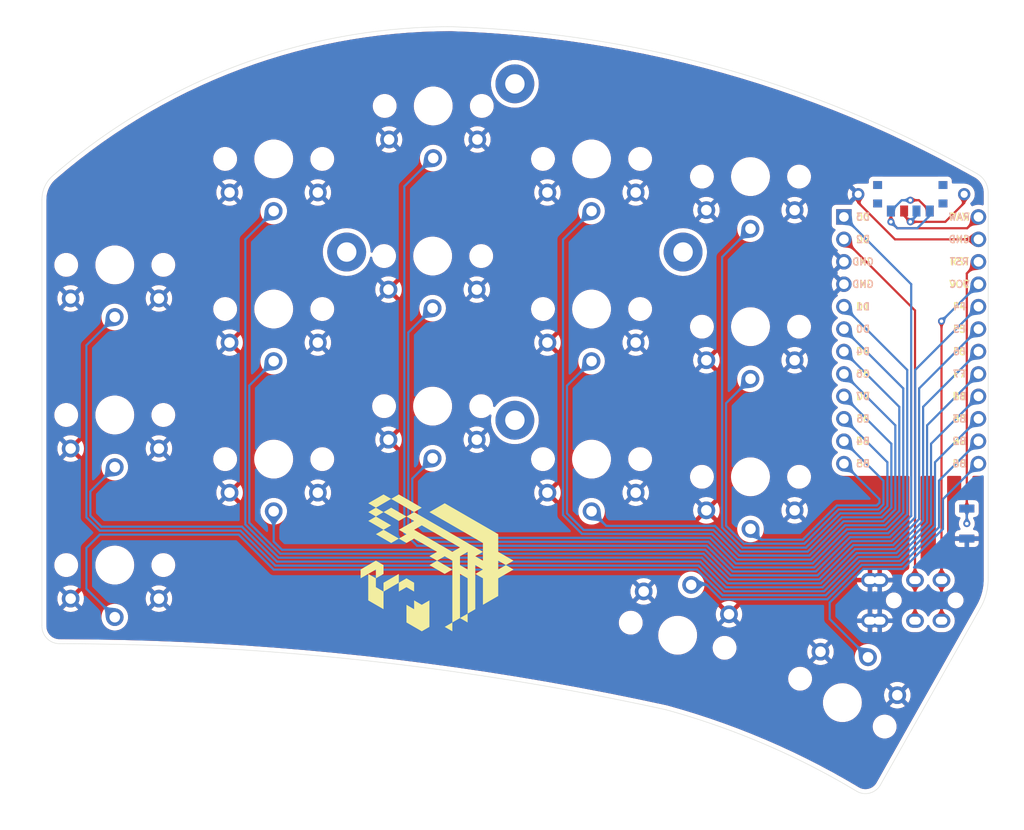
<source format=kicad_pcb>
(kicad_pcb (version 20211014) (generator pcbnew)
  (title_block (title "Clean Sweep") (date "2022-03-21") (rev "1.0") (company "lilylabs"))
  (layers (0 "F.Cu" signal) (31 "B.Cu" signal) (36 "B.SilkS" user "B.Silkscreen") (37 "F.SilkS" user "F.Silkscreen") (38 "B.Mask" user) (39 "F.Mask" user) (44 "Edge.Cuts" user))
  (net 0 "")
  (net 1 "bat+")
  (net 2 "gnd")
  (net 3 "sw18")
  (net 4 "vcc")
  (net 5 "unconnected-(PWRSW1-Pad1)")
  (net 6 "raw")
  (net 7 "rst")
  (net 8 "sw1")
  (net 9 "sw2")
  (net 10 "sw3")
  (net 11 "sw4")
  (net 12 "sw5")
  (net 13 "sw6")
  (net 14 "sw7")
  (net 15 "sw8")
  (net 16 "sw9")
  (net 17 "sw10")
  (net 18 "sw11")
  (net 19 "sw12")
  (net 20 "sw13")
  (net 21 "sw14")
  (net 22 "sw15")
  (net 23 "sw16")
  (net 24 "sw17")
  (footprint "clean-sweep:Kailh-PG1350-1u-reversible" (layer "F.Cu") (at 47 51)
    (fp_text reference "SW7" hide)
    (fp_text value "SW_Push" hide)
  )
  (footprint "clean-sweep:Kailh-PG1350-1u-reversible" (layer "F.Cu") (at 29 46)
    (fp_text reference "SW1" hide)
    (fp_text value "SW_Push" hide)
  )
  (footprint "clean-sweep:Kailh-PG1350-1u-reversible" (layer "F.Cu") (at 65.0675 28)
    (fp_text reference "SW3" hide)
    (fp_text value "SW_Push" hide)
  )
  (footprint "clean-sweep:TentingPuck" (layer "F.Cu") (at 74.314897 44.545229)
    (fp_text reference "TP1" hide)
    (fp_text value "Tenting Puck" hide)
  )
  (footprint "clean-sweep:Kailh-PG1350-1u-reversible" (layer "F.Cu") (at 83 51)
    (fp_text reference "SW9" hide)
    (fp_text value "SW_Push" hide)
  )
  (footprint "clean-sweep:Kailh-PG1350-1u-reversible" (layer "F.Cu") (at 92.750745 87.947188 165)
    (fp_text reference "SW16" hide)
    (fp_text value "SW_Push" hide)
  )
  (footprint "clean-sweep:Kailh-PG1350-1u-reversible" (layer "F.Cu") (at 47 68)
    (fp_text reference "SW12" hide)
    (fp_text value "SW_Push" hide)
  )
  (footprint "clean-sweep:Kailh-PG1350-1u-reversible" (layer "F.Cu") (at 83 34)
    (fp_text reference "SW4" hide)
    (fp_text value "SW_Push" hide)
  )
  (footprint "clean-sweep:ProMicro" (layer "F.Cu") (at 119.2 52)
    (fp_text reference "U1" hide)
    (fp_text value "ProMicro" hide)
  )
  (footprint "clean-sweep:Kailh-PG1350-1u-reversible" (layer "F.Cu") (at 29 80)
    (fp_text reference "SW11" hide)
    (fp_text value "SW_Push" hide)
  )
  (footprint "clean-sweep:Kailh-PG1350-1u-reversible" (layer "F.Cu") (at 111.405871 95.580387 150.5)
    (fp_text reference "SW17" hide)
    (fp_text value "SW_Push" hide)
  )
  (footprint "clean-sweep:Kailh-PG1350-1u-reversible" (layer "F.Cu") (at 29 63)
    (fp_text reference "SW6" hide)
    (fp_text value "SW_Push" hide)
  )
  (footprint "clean-sweep:SW_SPST_B3U-1000P-reversible" (layer "F.Cu") (at 125.5 75.3 90)
    (fp_text reference "RSW1" hide)
    (fp_text value "SW_Push" hide)
  )
  (footprint "clean-sweep:Kailh-PG1350-1u-reversible" (layer "F.Cu") (at 65 62)
    (fp_text reference "SW13" hide)
    (fp_text value "SW_Push" hide)
  )
  (footprint "clean-sweep:Kailh-PG1350-1u-reversible" (layer "F.Cu") (at 83 68)
    (fp_text reference "SW14" hide)
    (fp_text value "SW_Push" hide)
  )
  (footprint "clean-sweep:Kailh-PG1350-1u-reversible" (layer "F.Cu") (at 65 45)
    (fp_text reference "SW8" hide)
    (fp_text value "SW_Push" hide)
  )
  (footprint "clean-sweep:Kailh-PG1350-1u-reversible" (layer "F.Cu") (at 101 36)
    (fp_text reference "SW5" hide)
    (fp_text value "SW_Push" hide)
  )
  (footprint "clean-sweep:Kailh-PG1350-1u-reversible" (layer "F.Cu") (at 101 53)
    (fp_text reference "SW10" hide)
    (fp_text value "SW_Push" hide)
  )
  (footprint "clean-sweep:Bee" (layer "F.Cu") (at 65.5 80.5)
    (fp_text reference "Bee" hide)
    (fp_text value "G*****" hide)
  )
  (footprint "clean-sweep:Kailh-PG1350-1u-reversible" (layer "F.Cu") (at 47 34)
    (fp_text reference "SW2" hide)
    (fp_text value "SW_Push" hide)
  )
  (footprint "clean-sweep:TRRS-PJ-320A-reversible" (layer "F.Cu") (at 125.8325 84 -90)
    (fp_text reference "J1" hide)
    (fp_text value "TRRS" hide)
  )
  (footprint "clean-sweep:Kailh-PG1350-1u-reversible" (layer "F.Cu") (at 101 70)
    (fp_text reference "SW15" hide)
    (fp_text value "SW_Push" hide)
  )
  (footprint "clean-sweep:SW_SPDT_MSK-12C02-reversible" (layer "B.Cu") (at 119.1 38 180)
    (fp_text reference "PWRSW1" hide)
    (fp_text value "SW_SPDT" hide)
  )
  (footprint "clean-sweep:VIA-1.4mm" (layer "B.Cu") (at 119.181839 50.610244 180)
    (fp_text reference "BATGND1" hide)
    (fp_text value "MountingHole_Pad" hide)
  )
  (footprint "clean-sweep:VIA-1.4mm" (layer "B.Cu") (at 119.181839 50.610244 180)
    (fp_text reference "BAT+1" hide)
    (fp_text value "MountingHole_Pad" hide)
  )
  (gr_arc (start 91.414546 96.382519) (mid 102.534917 100.25948) (end 113.022946 105.616226) (layer "Edge.Cuts") (width 0.05))
  (gr_arc (start 127.917412 81.376746) (mid 127.726539 83.152886) (end 127.064092 84.811883) (layer "Edge.Cuts") (width 0.05))
  (gr_arc (start 22.773412 88.901692) (mid 21.306273 88.292852) (end 20.749412 86.805206) (layer "Edge.Cuts") (width 0.05))
  (gr_arc (start 67.095801 19.026712) (mid 97.901446 23.752482) (end 126.691021 35.689022) (layer "Edge.Cuts") (width 0.05))
  (gr_line (start 127.917412 81.376746) (end 127.917412 37.898912) (layer "Edge.Cuts") (width 0.05))
  (gr_arc (start 22.773412 88.901692) (mid 57.293854 90.808128) (end 91.414546 96.382519) (layer "Edge.Cuts") (width 0.05))
  (gr_arc (start 20.749412 38.610478) (mid 21.107531 37.037534) (end 22.122412 35.783573) (layer "Edge.Cuts") (width 0.05))
  (gr_arc (start 22.122412 35.783573) (mid 43.098936 23.352028) (end 67.095801 19.026712) (layer "Edge.Cuts") (width 0.05))
  (gr_arc (start 126.691021 35.689022) (mid 127.611188 36.623611) (end 127.917412 37.898912) (layer "Edge.Cuts") (width 0.05))
  (gr_arc (start 115.675412 104.969838) (mid 114.479723 105.82872) (end 113.022946 105.616226) (layer "Edge.Cuts") (width 0.05))
  (gr_line (start 20.749412 86.805206) (end 20.749412 38.610478) (layer "Edge.Cuts") (width 0.05))
  (gr_line (start 115.675412 104.969838) (end 127.064092 84.811883) (layer "Edge.Cuts") (width 0.05))
  (segment (start 123.063326 41.124502) (end 125.2 38.987828) (width 0.25) (layer "F.Cu") (net 1))
  (segment (start 118.4 40.424502) (end 119.1 41.124502) (width 0.25) (layer "F.Cu") (net 1))
  (segment (start 119.1 41.124502) (end 123.063326 41.124502) (width 0.25) (layer "F.Cu") (net 1))
  (segment (start 118.4 39.9) (end 118.4 40.424502) (width 0.25) (layer "F.Cu") (net 1))
  (segment (start 125.2 38.987828) (end 125.2 38) (width 0.25) (layer "F.Cu") (net 1))
  (via (at 119.1 41.124502) (size 0.8) (drill 0.4) (layers "F.Cu" "B.Cu") (net 1))
  (segment (start 119.8 40.424502) (end 119.1 41.124502) (width 0.25) (layer "B.Cu") (net 1))
  (segment (start 119.8 39.9) (end 119.8 40.424502) (width 0.25) (layer "B.Cu") (net 1))
  (segment (start 113.2 38.943253) (end 113.2 38) (width 0.25) (layer "F.Cu") (net 2))
  (segment (start 126.82 43.11) (end 117.366747 43.11) (width 0.25) (layer "F.Cu") (net 2))
  (segment (start 117.366747 43.11) (end 113.2 38.943253) (width 0.25) (layer "F.Cu") (net 2))
  (segment (start 119.6325 81.7) (end 119.6325 86.3) (width 0.25) (layer "F.Cu") (net 3))
  (segment (start 119.6325 51.1625) (end 111.58 43.11) (width 0.25) (layer "F.Cu") (net 3))
  (segment (start 119.6325 81.7) (end 119.6325 51.1625) (width 0.25) (layer "F.Cu") (net 3))
  (segment (start 122.6325 81.7) (end 122.6325 52.3775) (width 0.25) (layer "F.Cu") (net 4))
  (segment (start 122.6325 86.3) (end 122.6325 81.7) (width 0.25) (layer "F.Cu") (net 4))
  (via (at 122.6325 52.3775) (size 0.8) (drill 0.4) (layers "F.Cu" "B.Cu") (net 4))
  (segment (start 122.6325 52.3775) (end 126.82 48.19) (width 0.25) (layer "B.Cu") (net 4))
  (segment (start 120.075498 38.675498) (end 121.3 39.9) (width 0.25) (layer "F.Cu") (net 5))
  (segment (start 119.1 38.675498) (end 120.075498 38.675498) (width 0.25) (layer "F.Cu") (net 5))
  (via (at 119.1 38.675498) (size 0.8) (drill 0.4) (layers "F.Cu" "B.Cu") (net 5))
  (segment (start 116.9 39.9) (end 118.124502 38.675498) (width 0.25) (layer "B.Cu") (net 5))
  (segment (start 118.124502 38.675498) (end 119.1 38.675498) (width 0.25) (layer "B.Cu") (net 5))
  (segment (start 116.9 41.124502) (end 117.624511 41.849013) (width 0.25) (layer "F.Cu") (net 6))
  (segment (start 116.9 39.9) (end 116.9 41.124502) (width 0.25) (layer "F.Cu") (net 6))
  (segment (start 117.624511 41.849013) (end 125.540987 41.849013) (width 0.25) (layer "F.Cu") (net 6))
  (segment (start 125.540987 41.849013) (end 126.82 40.57) (width 0.25) (layer "F.Cu") (net 6))
  (via (at 116.9 41.124502) (size 0.8) (drill 0.4) (layers "F.Cu" "B.Cu") (net 6))
  (segment (start 117.624511 41.849013) (end 116.9 41.124502) (width 0.25) (layer "B.Cu") (net 6))
  (segment (start 121.3 40.440384) (end 119.891371 41.849013) (width 0.25) (layer "B.Cu") (net 6))
  (segment (start 121.3 39.9) (end 121.3 40.440384) (width 0.25) (layer "B.Cu") (net 6))
  (segment (start 119.891371 41.849013) (end 117.624511 41.849013) (width 0.25) (layer "B.Cu") (net 6))
  (segment (start 125.5 46.97) (end 125.5 73.6) (width 0.25) (layer "F.Cu") (net 7))
  (segment (start 125.5 73.6) (end 125.5 75.3) (width 0.25) (layer "F.Cu") (net 7))
  (segment (start 126.82 45.65) (end 125.5 46.97) (width 0.25) (layer "F.Cu") (net 7))
  (via (at 125.5 75.3) (size 0.8) (drill 0.4) (layers "F.Cu" "B.Cu") (net 7))
  (segment (start 125.5 73.6) (end 125.5 75.3) (width 0.25) (layer "B.Cu") (net 7))
  (segment (start 47.186728 80.062316) (end 43.226869 76.102457) (width 0.25) (layer "B.Cu") (net 8))
  (segment (start 113.217696 79.088259) (end 109.336272 82.969683) (width 0.25) (layer "B.Cu") (net 8))
  (segment (start 109.336272 82.969683) (end 98.031752 82.969683) (width 0.25) (layer "B.Cu") (net 8))
  (segment (start 121.4476 75.353403) (end 117.712744 79.088259) (width 0.25) (layer "B.Cu") (net 8))
  (segment (start 98.031752 82.969683) (end 95.124385 80.062316) (width 0.25) (layer "B.Cu") (net 8))
  (segment (start 43.226869 76.102457) (end 27.299666 76.102457) (width 0.25) (layer "B.Cu") (net 8))
  (segment (start 27.299666 76.102457) (end 25.784911 74.587701) (width 0.25) (layer "B.Cu") (net 8))
  (segment (start 25.784911 74.587701) (end 25.784911 55.115089) (width 0.25) (layer "B.Cu") (net 8))
  (segment (start 117.712744 79.088259) (end 113.217696 79.088259) (width 0.25) (layer "B.Cu") (net 8))
  (segment (start 95.124385 80.062316) (end 47.186728 80.062316) (width 0.25) (layer "B.Cu") (net 8))
  (segment (start 121.4476 66.2624) (end 121.4476 75.353403) (width 0.25) (layer "B.Cu") (net 8))
  (segment (start 25.784911 55.115089) (end 29 51.9) (width 0.25) (layer "B.Cu") (net 8))
  (segment (start 126.82 60.89) (end 121.4476 66.2624) (width 0.25) (layer "B.Cu") (net 8))
  (segment (start 117.340348 78.189219) (end 112.8453 78.189219) (width 0.25) (layer "B.Cu") (net 9))
  (segment (start 47.559125 79.163276) (end 43.784479 75.38863) (width 0.25) (layer "B.Cu") (net 9))
  (segment (start 112.8453 78.189219) (end 108.963875 82.070643) (width 0.25) (layer "B.Cu") (net 9))
  (segment (start 120.54856 62.08144) (end 120.54856 74.981007) (width 0.25) (layer "B.Cu") (net 9))
  (segment (start 120.54856 74.981007) (end 117.340348 78.189219) (width 0.25) (layer "B.Cu") (net 9))
  (segment (start 126.82 55.81) (end 120.54856 62.08144) (width 0.25) (layer "B.Cu") (net 9))
  (segment (start 108.963875 82.070643) (end 98.404148 82.070643) (width 0.25) (layer "B.Cu") (net 9))
  (segment (start 43.784479 43.115521) (end 47 39.9) (width 0.25) (layer "B.Cu") (net 9))
  (segment (start 43.784479 75.38863) (end 43.784479 43.115521) (width 0.25) (layer "B.Cu") (net 9))
  (segment (start 98.404148 82.070643) (end 95.496781 79.163276) (width 0.25) (layer "B.Cu") (net 9))
  (segment (start 95.496781 79.163276) (end 47.559125 79.163276) (width 0.25) (layer "B.Cu") (net 9))
  (segment (start 61.793355 37.106645) (end 65 33.9) (width 0.25) (layer "B.Cu") (net 10))
  (segment (start 112.286706 76.840659) (end 108.405281 80.722083) (width 0.25) (layer "B.Cu") (net 10))
  (segment (start 98.962742 80.722083) (end 96.055375 77.814716) (width 0.25) (layer "B.Cu") (net 10))
  (segment (start 61.793355 76.376187) (end 61.793355 37.106645) (width 0.25) (layer "B.Cu") (net 10))
  (segment (start 111.58 40.57) (end 119.2 48.19) (width 0.25) (layer "B.Cu") (net 10))
  (segment (start 119.2 74.422413) (end 116.781754 76.840659) (width 0.25) (layer "B.Cu") (net 10))
  (segment (start 63.231884 77.814716) (end 61.793355 76.376187) (width 0.25) (layer "B.Cu") (net 10))
  (segment (start 96.055375 77.814716) (end 63.231884 77.814716) (width 0.25) (layer "B.Cu") (net 10))
  (segment (start 119.2 48.19) (end 119.2 74.422413) (width 0.25) (layer "B.Cu") (net 10))
  (segment (start 108.405281 80.722083) (end 98.962742 80.722083) (width 0.25) (layer "B.Cu") (net 10))
  (segment (start 116.781754 76.840659) (end 112.286706 76.840659) (width 0.25) (layer "B.Cu") (net 10))
  (segment (start 107.846687 79.373523) (end 99.521336 79.373523) (width 0.25) (layer "B.Cu") (net 11))
  (segment (start 111.728112 75.492099) (end 107.846687 79.373523) (width 0.25) (layer "B.Cu") (net 11))
  (segment (start 111.58 55.81) (end 117.85144 62.08144) (width 0.25) (layer "B.Cu") (net 11))
  (segment (start 117.85144 73.863819) (end 116.22316 75.492099) (width 0.25) (layer "B.Cu") (net 11))
  (segment (start 116.22316 75.492099) (end 111.728112 75.492099) (width 0.25) (layer "B.Cu") (net 11))
  (segment (start 117.85144 62.08144) (end 117.85144 73.863819) (width 0.25) (layer "B.Cu") (net 11))
  (segment (start 79.764488 43.135512) (end 83 39.9) (width 0.25) (layer "B.Cu") (net 11))
  (segment (start 99.521336 79.373523) (end 96.613969 76.466156) (width 0.25) (layer "B.Cu") (net 11))
  (segment (start 79.764488 74.320953) (end 79.764488 43.135512) (width 0.25) (layer "B.Cu") (net 11))
  (segment (start 96.613969 76.466156) (end 81.909691 76.466156) (width 0.25) (layer "B.Cu") (net 11))
  (segment (start 81.909691 76.466156) (end 79.764488 74.320953) (width 0.25) (layer "B.Cu") (net 11))
  (segment (start 97.783184 75.728217) (end 97.783184 45.116816) (width 0.25) (layer "B.Cu") (net 12))
  (segment (start 97.783184 45.116816) (end 101 41.9) (width 0.25) (layer "B.Cu") (net 12))
  (segment (start 116.50288 68.35288) (end 116.50288 73.305225) (width 0.25) (layer "B.Cu") (net 12))
  (segment (start 115.664566 74.143539) (end 111.169518 74.143539) (width 0.25) (layer "B.Cu") (net 12))
  (segment (start 107.288093 78.024963) (end 100.07993 78.024963) (width 0.25) (layer "B.Cu") (net 12))
  (segment (start 111.169518 74.143539) (end 107.288093 78.024963) (width 0.25) (layer "B.Cu") (net 12))
  (segment (start 111.58 63.43) (end 116.50288 68.35288) (width 0.25) (layer "B.Cu") (net 12))
  (segment (start 116.50288 73.305225) (end 115.664566 74.143539) (width 0.25) (layer "B.Cu") (net 12))
  (segment (start 100.07993 78.024963) (end 97.783184 75.728217) (width 0.25) (layer "B.Cu") (net 12))
  (segment (start 126.82 58.35) (end 120.99808 64.17192) (width 0.25) (layer "B.Cu") (net 13))
  (segment (start 26.234431 71.665569) (end 29 68.9) (width 0.25) (layer "B.Cu") (net 13))
  (segment (start 120.99808 64.17192) (end 120.99808 75.167205) (width 0.25) (layer "B.Cu") (net 13))
  (segment (start 95.310583 79.612796) (end 47.372925 79.612796) (width 0.25) (layer "B.Cu") (net 13))
  (segment (start 120.99808 75.167205) (end 117.526546 78.638739) (width 0.25) (layer "B.Cu") (net 13))
  (segment (start 43.413066 75.652937) (end 27.485864 75.652937) (width 0.25) (layer "B.Cu") (net 13))
  (segment (start 27.485864 75.652937) (end 26.234431 74.401504) (width 0.25) (layer "B.Cu") (net 13))
  (segment (start 26.234431 74.401504) (end 26.234431 71.665569) (width 0.25) (layer "B.Cu") (net 13))
  (segment (start 47.372925 79.612796) (end 43.413066 75.652937) (width 0.25) (layer "B.Cu") (net 13))
  (segment (start 109.150072 82.520163) (end 98.21795 82.520163) (width 0.25) (layer "B.Cu") (net 13))
  (segment (start 98.21795 82.520163) (end 95.310583 79.612796) (width 0.25) (layer "B.Cu") (net 13))
  (segment (start 113.031498 78.638739) (end 109.150072 82.520163) (width 0.25) (layer "B.Cu") (net 13))
  (segment (start 117.526546 78.638739) (end 113.031498 78.638739) (width 0.25) (layer "B.Cu") (net 13))
  (segment (start 120.09904 74.794809) (end 117.15415 77.739699) (width 0.25) (layer "B.Cu") (net 14))
  (segment (start 44.233999 59.666001) (end 47 56.9) (width 0.25) (layer "B.Cu") (net 14))
  (segment (start 98.590346 81.621123) (end 95.682979 78.713756) (width 0.25) (layer "B.Cu") (net 14))
  (segment (start 95.682979 78.713756) (end 47.745323 78.713756) (width 0.25) (layer "B.Cu") (net 14))
  (segment (start 44.233999 75.202432) (end 44.233999 59.666001) (width 0.25) (layer "B.Cu") (net 14))
  (segment (start 112.659102 77.739699) (end 108.777678 81.621123) (width 0.25) (layer "B.Cu") (net 14))
  (segment (start 126.82 53.27) (end 120.09904 59.99096) (width 0.25) (layer "B.Cu") (net 14))
  (segment (start 108.777678 81.621123) (end 98.590346 81.621123) (width 0.25) (layer "B.Cu") (net 14))
  (segment (start 47.745323 78.713756) (end 44.233999 75.202432) (width 0.25) (layer "B.Cu") (net 14))
  (segment (start 120.09904 59.99096) (end 120.09904 74.794809) (width 0.25) (layer "B.Cu") (net 14))
  (segment (start 117.15415 77.739699) (end 112.659102 77.739699) (width 0.25) (layer "B.Cu") (net 14))
  (segment (start 118.75048 74.236215) (end 116.595556 76.391139) (width 0.25) (layer "B.Cu") (net 15))
  (segment (start 111.58 50.73) (end 118.75048 57.90048) (width 0.25) (layer "B.Cu") (net 15))
  (segment (start 112.100508 76.391139) (end 108.219084 80.272563) (width 0.25) (layer "B.Cu") (net 15))
  (segment (start 116.595556 76.391139) (end 112.100508 76.391139) (width 0.25) (layer "B.Cu") (net 15))
  (segment (start 118.75048 57.90048) (end 118.75048 74.236215) (width 0.25) (layer "B.Cu") (net 15))
  (segment (start 99.14894 80.272563) (end 96.241573 77.365196) (width 0.25) (layer "B.Cu") (net 15))
  (segment (start 62.242875 53.657125) (end 65 50.9) (width 0.25) (layer "B.Cu") (net 15))
  (segment (start 63.418082 77.365196) (end 62.242875 76.18999) (width 0.25) (layer "B.Cu") (net 15))
  (segment (start 108.219084 80.272563) (end 99.14894 80.272563) (width 0.25) (layer "B.Cu") (net 15))
  (segment (start 96.241573 77.365196) (end 63.418082 77.365196) (width 0.25) (layer "B.Cu") (net 15))
  (segment (start 62.242875 76.18999) (end 62.242875 53.657125) (width 0.25) (layer "B.Cu") (net 15))
  (segment (start 82.095889 76.016636) (end 80.214008 74.134755) (width 0.25) (layer "B.Cu") (net 16))
  (segment (start 99.707534 78.924003) (end 96.800167 76.016636) (width 0.25) (layer "B.Cu") (net 16))
  (segment (start 116.036962 75.042579) (end 111.541914 75.042579) (width 0.25) (layer "B.Cu") (net 16))
  (segment (start 117.40192 64.17192) (end 117.40192 73.677621) (width 0.25) (layer "B.Cu") (net 16))
  (segment (start 117.40192 73.677621) (end 116.036962 75.042579) (width 0.25) (layer "B.Cu") (net 16))
  (segment (start 80.214008 59.685992) (end 83 56.9) (width 0.25) (layer "B.Cu") (net 16))
  (segment (start 107.66049 78.924003) (end 99.707534 78.924003) (width 0.25) (layer "B.Cu") (net 16))
  (segment (start 96.800167 76.016636) (end 82.095889 76.016636) (width 0.25) (layer "B.Cu") (net 16))
  (segment (start 111.58 58.35) (end 117.40192 64.17192) (width 0.25) (layer "B.Cu") (net 16))
  (segment (start 80.214008 74.134755) (end 80.214008 59.685992) (width 0.25) (layer "B.Cu") (net 16))
  (segment (start 111.541914 75.042579) (end 107.66049 78.924003) (width 0.25) (layer "B.Cu") (net 16))
  (segment (start 116.05336 70.44336) (end 116.05336 73.119027) (width 0.25) (layer "B.Cu") (net 17))
  (segment (start 98.232704 61.667296) (end 101 58.9) (width 0.25) (layer "B.Cu") (net 17))
  (segment (start 107.101896 77.575443) (end 100.266128 77.575443) (width 0.25) (layer "B.Cu") (net 17))
  (segment (start 115.478368 73.694019) (end 110.98332 73.694019) (width 0.25) (layer "B.Cu") (net 17))
  (segment (start 111.58 65.97) (end 116.05336 70.44336) (width 0.25) (layer "B.Cu") (net 17))
  (segment (start 100.266128 77.575443) (end 98.232704 75.542019) (width 0.25) (layer "B.Cu") (net 17))
  (segment (start 98.232704 75.542019) (end 98.232704 61.667296) (width 0.25) (layer "B.Cu") (net 17))
  (segment (start 110.98332 73.694019) (end 107.101896 77.575443) (width 0.25) (layer "B.Cu") (net 17))
  (segment (start 116.05336 73.119027) (end 115.478368 73.694019) (width 0.25) (layer "B.Cu") (net 17))
  (segment (start 27.298615 76.551977) (end 25.785964 78.064628) (width 0.25) (layer "B.Cu") (net 18))
  (segment (start 117.898942 79.537779) (end 113.403894 79.537779) (width 0.25) (layer "B.Cu") (net 18))
  (segment (start 121.897119 68.352881) (end 121.897119 75.539602) (width 0.25) (layer "B.Cu") (net 18))
  (segment (start 25.785964 78.064628) (end 25.785964 82.685964) (width 0.25) (layer "B.Cu") (net 18))
  (segment (start 25.785964 82.685964) (end 29 85.9) (width 0.25) (layer "B.Cu") (net 18))
  (segment (start 94.938187 80.511836) (end 47.000531 80.511836) (width 0.25) (layer "B.Cu") (net 18))
  (segment (start 126.82 63.43) (end 121.897119 68.352881) (width 0.25) (layer "B.Cu") (net 18))
  (segment (start 43.040672 76.551977) (end 27.298615 76.551977) (width 0.25) (layer "B.Cu") (net 18))
  (segment (start 121.897119 75.539602) (end 117.898942 79.537779) (width 0.25) (layer "B.Cu") (net 18))
  (segment (start 97.845554 83.419203) (end 94.938187 80.511836) (width 0.25) (layer "B.Cu") (net 18))
  (segment (start 47.000531 80.511836) (end 43.040672 76.551977) (width 0.25) (layer "B.Cu") (net 18))
  (segment (start 109.522469 83.419203) (end 97.845554 83.419203) (width 0.25) (layer "B.Cu") (net 18))
  (segment (start 113.403894 79.537779) (end 109.522469 83.419203) (width 0.25) (layer "B.Cu") (net 18))
  (segment (start 126.82 50.73) (end 119.64952 57.90048) (width 0.25) (layer "B.Cu") (net 19))
  (segment (start 112.472904 77.290179) (end 108.591478 81.171603) (width 0.25) (layer "B.Cu") (net 19))
  (segment (start 116.967952 77.290179) (end 112.472904 77.290179) (width 0.25) (layer "B.Cu") (net 19))
  (segment (start 108.591478 81.171603) (end 98.776544 81.171603) (width 0.25) (layer "B.Cu") (net 19))
  (segment (start 47.931521 78.264236) (end 47 77.332715) (width 0.25) (layer "B.Cu") (net 19))
  (segment (start 47 77.332715) (end 47 73.9) (width 0.25) (layer "B.Cu") (net 19))
  (segment (start 98.776544 81.171603) (end 95.869177 78.264236) (width 0.25) (layer "B.Cu") (net 19))
  (segment (start 119.64952 57.90048) (end 119.64952 74.608611) (width 0.25) (layer "B.Cu") (net 19))
  (segment (start 119.64952 74.608611) (end 116.967952 77.290179) (width 0.25) (layer "B.Cu") (net 19))
  (segment (start 95.869177 78.264236) (end 47.931521 78.264236) (width 0.25) (layer "B.Cu") (net 19))
  (segment (start 118.30096 74.050017) (end 116.409358 75.941619) (width 0.25) (layer "B.Cu") (net 20))
  (segment (start 99.335138 79.823043) (end 96.427771 76.915676) (width 0.25) (layer "B.Cu") (net 20))
  (segment (start 116.409358 75.941619) (end 111.91431 75.941619) (width 0.25) (layer "B.Cu") (net 20))
  (segment (start 111.58 53.27) (end 118.30096 59.99096) (width 0.25) (layer "B.Cu") (net 20))
  (segment (start 96.427771 76.915676) (end 63.604279 76.915676) (width 0.25) (layer "B.Cu") (net 20))
  (segment (start 118.30096 59.99096) (end 118.30096 74.050017) (width 0.25) (layer "B.Cu") (net 20))
  (segment (start 108.032884 79.823043) (end 99.335138 79.823043) (width 0.25) (layer "B.Cu") (net 20))
  (segment (start 62.692395 76.003792) (end 62.692395 70.207605) (width 0.25) (layer "B.Cu") (net 20))
  (segment (start 62.692395 70.207605) (end 65 67.9) (width 0.25) (layer "B.Cu") (net 20))
  (segment (start 63.604279 76.915676) (end 62.692395 76.003792) (width 0.25) (layer "B.Cu") (net 20))
  (segment (start 111.91431 75.941619) (end 108.032884 79.823043) (width 0.25) (layer "B.Cu") (net 20))
  (segment (start 115.850764 74.593059) (end 111.355716 74.593059) (width 0.25) (layer "B.Cu") (net 21))
  (segment (start 96.986365 75.567116) (end 84.667116 75.567116) (width 0.25) (layer "B.Cu") (net 21))
  (segment (start 84.667116 75.567116) (end 83 73.9) (width 0.25) (layer "B.Cu") (net 21))
  (segment (start 99.893732 78.474483) (end 96.986365 75.567116) (width 0.25) (layer "B.Cu") (net 21))
  (segment (start 111.58 60.89) (end 116.9524 66.2624) (width 0.25) (layer "B.Cu") (net 21))
  (segment (start 116.9524 66.2624) (end 116.9524 73.491423) (width 0.25) (layer "B.Cu") (net 21))
  (segment (start 116.9524 73.491423) (end 115.850764 74.593059) (width 0.25) (layer "B.Cu") (net 21))
  (segment (start 111.355716 74.593059) (end 107.47429 78.474483) (width 0.25) (layer "B.Cu") (net 21))
  (segment (start 107.47429 78.474483) (end 99.893732 78.474483) (width 0.25) (layer "B.Cu") (net 21))
  (segment (start 110.797122 73.244499) (end 115.29217 73.244499) (width 0.25) (layer "B.Cu") (net 22))
  (segment (start 102.225923 77.125923) (end 106.915698 77.125923) (width 0.25) (layer "B.Cu") (net 22))
  (segment (start 115.60384 72.932829) (end 115.60384 72.53384) (width 0.25) (layer "B.Cu") (net 22))
  (segment (start 106.915698 77.125923) (end 110.797122 73.244499) (width 0.25) (layer "B.Cu") (net 22))
  (segment (start 115.60384 72.53384) (end 111.58 68.51) (width 0.25) (layer "B.Cu") (net 22))
  (segment (start 115.29217 73.244499) (end 115.60384 72.932829) (width 0.25) (layer "B.Cu") (net 22))
  (segment (start 101 75.9) (end 102.225923 77.125923) (width 0.25) (layer "B.Cu") (net 22))
  (segment (start 122.346639 70.443361) (end 122.346639 75.7258) (width 0.25) (layer "B.Cu") (net 23))
  (segment (start 97.659356 83.868723) (end 96.038859 82.248226) (width 0.25) (layer "B.Cu") (net 23))
  (segment (start 126.82 65.97) (end 122.346639 70.443361) (width 0.25) (layer "B.Cu") (net 23))
  (segment (start 122.346639 75.7258) (end 118.08514 79.987299) (width 0.25) (layer "B.Cu") (net 23))
  (segment (start 96.038859 82.248226) (end 94.277777 82.248226) (width 0.25) (layer "B.Cu") (net 23))
  (segment (start 109.708666 83.868723) (end 97.659356 83.868723) (width 0.25) (layer "B.Cu") (net 23))
  (segment (start 113.590092 79.987299) (end 109.708666 83.868723) (width 0.25) (layer "B.Cu") (net 23))
  (segment (start 118.08514 79.987299) (end 113.590092 79.987299) (width 0.25) (layer "B.Cu") (net 23))
  (segment (start 109.97314 86.107258) (end 114.31117 90.445288) (width 0.25) (layer "B.Cu") (net 24))
  (segment (start 118.271338 80.436819) (end 113.77629 80.436819) (width 0.25) (layer "B.Cu") (net 24))
  (segment (start 109.97314 84.239969) (end 109.97314 86.107258) (width 0.25) (layer "B.Cu") (net 24))
  (segment (start 126.82 68.51) (end 122.796159 72.533841) (width 0.25) (layer "B.Cu") (net 24))
  (segment (start 122.796159 72.533841) (end 122.796159 75.911998) (width 0.25) (layer "B.Cu") (net 24))
  (segment (start 122.796159 75.911998) (end 118.271338 80.436819) (width 0.25) (layer "B.Cu") (net 24))
  (segment (start 113.77629 80.436819) (end 109.97314 84.239969) (width 0.25) (layer "B.Cu") (net 24))
  (zone (net 6) (net_name "raw") (layer "F.Cu") (priority 16962) (connect_pads yes (clearance 0)) (min_thickness 0.0254) (fill yes (thermal_gap 0.508) (thermal_bridge_width 0.508))
    (polygon (pts (xy 116.775 40.334502) (xy 116.771733 40.424963) (xy 116.762341 40.500724) (xy 116.747435 40.564891) (xy 116.727625 40.620566) (xy 116.703523 40.670854) (xy 116.675738 40.718861) (xy 116.644883 40.767689) (xy 116.611567 40.820443) (xy 116.576403 40.880227) (xy 116.54 40.950147) (xy 116.9 41.324502) (xy 117.26 40.950147) (xy 117.223596 40.880227) (xy 117.188432 40.820443) (xy 117.155116 40.767689) (xy 117.124261 40.718861) (xy 117.096476 40.670854) (xy 117.072374 40.620566) (xy 117.052564 40.564891) (xy 117.037658 40.500724) (xy 117.028266 40.424963) (xy 117.025 40.334502)))
  )
  (zone (net 5) (net_name "unconnected-(PWRSW1-Pad1)") (layer "F.Cu") (priority 16962) (connect_pads yes (clearance 0)) (min_thickness 0.0254) (fill yes (thermal_gap 0.508) (thermal_bridge_width 0.508))
    (polygon (pts (xy 119.89 38.550498) (xy 119.799538 38.547231) (xy 119.723777 38.537839) (xy 119.65961 38.522933) (xy 119.603935 38.503123) (xy 119.553647 38.479021) (xy 119.50564 38.451236) (xy 119.456812 38.420381) (xy 119.404058 38.387065) (xy 119.344274 38.351901) (xy 119.274355 38.315498) (xy 118.9 38.675498) (xy 119.274355 39.035498) (xy 119.344274 38.999094) (xy 119.404058 38.96393) (xy 119.456812 38.930614) (xy 119.50564 38.899759) (xy 119.553647 38.871974) (xy 119.603935 38.847872) (xy 119.65961 38.828062) (xy 119.723777 38.813156) (xy 119.799538 38.803764) (xy 119.89 38.800498)))
  )
  (zone (net 7) (net_name "rst") (layer "F.Cu") (priority 16962) (connect_pads yes (clearance 0)) (min_thickness 0.0254) (fill yes (thermal_gap 0.508) (thermal_bridge_width 0.508))
    (polygon (pts (xy 125.375 74.51) (xy 125.371733 74.600461) (xy 125.362341 74.676222) (xy 125.347435 74.740389) (xy 125.327625 74.796064) (xy 125.303523 74.846352) (xy 125.275738 74.894359) (xy 125.244883 74.943187) (xy 125.211567 74.995941) (xy 125.176403 75.055725) (xy 125.14 75.125645) (xy 125.5 75.5) (xy 125.86 75.125645) (xy 125.823596 75.055725) (xy 125.788432 74.995941) (xy 125.755116 74.943187) (xy 125.724261 74.894359) (xy 125.696476 74.846352) (xy 125.672374 74.796064) (xy 125.652564 74.740389) (xy 125.637658 74.676222) (xy 125.628266 74.600461) (xy 125.625 74.51)))
  )
  (zone (net 3) (net_name "sw18") (layer "F.Cu") (priority 16962) (connect_pads yes (clearance 0)) (min_thickness 0.0254) (fill yes (thermal_gap 0.508) (thermal_bridge_width 0.508))
    (polygon (pts (xy 119.5075 84.71) (xy 119.49798 84.897261) (xy 119.471007 85.050968) (xy 119.428961 85.178444) (xy 119.374221 85.287008) (xy 119.309168 85.383984) (xy 119.236182 85.476693) (xy 119.157642 85.572456) (xy 119.075928 85.678595) (xy 118.993421 85.802432) (xy 118.9125 85.951289) (xy 119.6325 86.7) (xy 120.3525 85.951289) (xy 120.271578 85.802432) (xy 120.189071 85.678595) (xy 120.107357 85.572456) (xy 120.028817 85.476693) (xy 119.955831 85.383984) (xy 119.890778 85.287008) (xy 119.836038 85.178444) (xy 119.793992 85.050968) (xy 119.767019 84.897261) (xy 119.7575 84.71)))
  )
  (zone (net 2) (net_name "gnd") (layer "F.Cu") (priority 16962) (connect_pads yes (clearance 0)) (min_thickness 0.0254) (fill yes (thermal_gap 0.508) (thermal_bridge_width 0.508))
    (polygon (pts (xy 113.610296 39.176772) (xy 113.534508 39.084687) (xy 113.4944 38.998085) (xy 113.484728 38.915314) (xy 113.500246 38.834723) (xy 113.535711 38.754661) (xy 113.585876 38.673475) (xy 113.645497 38.589514) (xy 113.70933 38.501127) (xy 113.772129 38.406662) (xy 113.82865 38.304469) (xy 113.2 37.65075) (xy 112.706086 38.493914) (xy 112.800669 38.592198) (xy 112.877782 38.679359) (xy 112.942158 38.758541) (xy 112.998526 38.832889) (xy 113.051617 38.905546) (xy 113.106164 38.979659) (xy 113.166896 39.058371) (xy 113.238546 39.144827) (xy 113.325843 39.242171) (xy 113.433519 39.353549)))
  )
  (zone (net 1) (net_name "bat+") (layer "F.Cu") (priority 16962) (connect_pads yes (clearance 0)) (min_thickness 0.0254) (fill yes (thermal_gap 0.508) (thermal_bridge_width 0.508))
    (polygon (pts (xy 124.998 39.366605) (xy 125.104024 39.255631) (xy 125.188643 39.157576) (xy 125.256849 39.069571) (xy 125.313631 38.988747) (xy 125.363981 38.912235) (xy 125.412889 38.837164) (xy 125.465345 38.760666) (xy 125.526341 38.679871) (xy 125.600867 38.59191) (xy 125.693914 38.493914) (xy 125.2 37.65075) (xy 124.57135 38.304469) (xy 124.629914 38.408821) (xy 124.696174 38.504927) (xy 124.764444 38.594561) (xy 124.829042 38.679499) (xy 124.884284 38.761512) (xy 124.924485 38.842377) (xy 124.943964 38.923867) (xy 124.937035 39.007756) (xy 124.898016 39.095818) (xy 124.821223 39.189828)))
  )
  (zone (net 4) (net_name "vcc") (layer "F.Cu") (priority 16962) (connect_pads yes (clearance 0)) (min_thickness 0.0254) (fill yes (thermal_gap 0.508) (thermal_bridge_width 0.508))
    (polygon (pts (xy 122.5075 80.11) (xy 122.49798 80.297261) (xy 122.471007 80.450968) (xy 122.428961 80.578444) (xy 122.374221 80.687008) (xy 122.309168 80.783984) (xy 122.236182 80.876693) (xy 122.157642 80.972456) (xy 122.075928 81.078595) (xy 121.993421 81.202432) (xy 121.9125 81.351289) (xy 122.6325 82.1) (xy 123.3525 81.351289) (xy 123.271578 81.202432) (xy 123.189071 81.078595) (xy 123.107357 80.972456) (xy 123.028817 80.876693) (xy 122.955831 80.783984) (xy 122.890778 80.687008) (xy 122.836038 80.578444) (xy 122.793992 80.450968) (xy 122.767019 80.297261) (xy 122.7575 80.11)))
  )
  (zone (net 1) (net_name "bat+") (layer "F.Cu") (priority 16962) (connect_pads yes (clearance 0)) (min_thickness 0.0254) (fill yes (thermal_gap 0.508) (thermal_bridge_width 0.508))
    (polygon (pts (xy 118.452998 40.654277) (xy 118.514653 40.720552) (xy 118.561584 40.780764) (xy 118.596416 40.836677) (xy 118.621777 40.890052) (xy 118.640293 40.942655) (xy 118.654592 40.996247) (xy 118.6673 41.052591) (xy 118.681046 41.113451) (xy 118.698454 41.18059) (xy 118.722154 41.255772) (xy 119.241421 41.265923) (xy 119.23127 40.746656) (xy 119.156088 40.722956) (xy 119.088949 40.705548) (xy 119.028089 40.691802) (xy 118.971745 40.679094) (xy 118.918153 40.664795) (xy 118.86555 40.646279) (xy 118.812175 40.620918) (xy 118.756262 40.586086) (xy 118.69605 40.539155) (xy 118.629775 40.4775)))
  )
  (zone (net 4) (net_name "vcc") (layer "F.Cu") (priority 16962) (connect_pads yes (clearance 0)) (min_thickness 0.0254) (fill yes (thermal_gap 0.508) (thermal_bridge_width 0.508))
    (polygon (pts (xy 122.7575 83.29) (xy 122.767019 83.102738) (xy 122.793992 82.949031) (xy 122.836038 82.821555) (xy 122.890778 82.712991) (xy 122.955831 82.616015) (xy 123.028817 82.523306) (xy 123.107357 82.427543) (xy 123.189071 82.321404) (xy 123.271578 82.197567) (xy 123.3525 82.048711) (xy 122.6325 81.3) (xy 121.9125 82.048711) (xy 121.993421 82.197567) (xy 122.075928 82.321404) (xy 122.157642 82.427543) (xy 122.236182 82.523306) (xy 122.309168 82.616015) (xy 122.374221 82.712991) (xy 122.428961 82.821555) (xy 122.471007 82.949031) (xy 122.49798 83.102738) (xy 122.5075 83.29)))
  )
  (zone (net 4) (net_name "vcc") (layer "F.Cu") (priority 16962) (connect_pads yes (clearance 0)) (min_thickness 0.0254) (fill yes (thermal_gap 0.508) (thermal_bridge_width 0.508))
    (polygon (pts (xy 122.7575 53.1675) (xy 122.760766 53.077038) (xy 122.770158 53.001277) (xy 122.785064 52.93711) (xy 122.804874 52.881435) (xy 122.828976 52.831147) (xy 122.856761 52.78314) (xy 122.887616 52.734312) (xy 122.920932 52.681558) (xy 122.956096 52.621774) (xy 122.9925 52.551855) (xy 122.6325 52.1775) (xy 122.2725 52.551855) (xy 122.308903 52.621774) (xy 122.344067 52.681558) (xy 122.377383 52.734312) (xy 122.408238 52.78314) (xy 122.436023 52.831147) (xy 122.460125 52.881435) (xy 122.479935 52.93711) (xy 122.494841 53.001277) (xy 122.504233 53.077038) (xy 122.5075 53.1675)))
  )
  (zone (net 2) (net_name "gnd") (layer "F.Cu") (connect_pads (clearance 0.508)) (min_thickness 0.254) (fill yes (thermal_gap 0.508) (thermal_bridge_width 0.508) (island_removal_mode 1) (island_area_min 0))
    (polygon (pts (xy 16 16) (xy 132 16) (xy 132 40.57) (xy 126.82 40.57) (xy 125.2 38) (xy 125.2 36.7884) (xy 122.8 36.7884) (xy 122.8 36) (xy 115.4 36) (xy 115.4 36.7933) (xy 113.2 36.7933) (xy 113.2 38.8985) (xy 111.58 40.57) (xy 111.58 69.895) (xy 132 69.895) (xy 132 110) (xy 16 110)))
  )
  (zone (net 6) (net_name "raw") (layer "F.Cu") (priority 16962) (connect_pads yes (clearance 0)) (min_thickness 0.0254) (fill yes (thermal_gap 0.508) (thermal_bridge_width 0.508))
    (polygon (pts (xy 125.673569 41.893208) (xy 125.826976 41.754926) (xy 125.967918 41.656814) (xy 126.100233 41.591201) (xy 126.227764 41.55042) (xy 126.354352 41.526803) (xy 126.483837 41.51268) (xy 126.620062 41.500383) (xy 126.766866 41.482244) (xy 126.928092 41.450595) (xy 127.10758 41.397767) (xy 127.129818 40.260182) (xy 125.992233 40.28242) (xy 125.939404 40.461907) (xy 125.907755 40.623133) (xy 125.889616 40.769937) (xy 125.877319 40.906162) (xy 125.863196 41.035647) (xy 125.839579 41.162235) (xy 125.798798 41.289766) (xy 125.733185 41.422081) (xy 125.635073 41.563023) (xy 125.496792 41.716431)))
  )
  (zone (net 7) (net_name "rst") (layer "F.Cu") (priority 16962) (connect_pads yes (clearance 0)) (min_thickness 0.0254) (fill yes (thermal_gap 0.508) (thermal_bridge_width 0.508))
    (polygon (pts (xy 125.625 74.49) (xy 125.629046 74.387496) (xy 125.640632 74.302029) (xy 125.658927 74.229971) (xy 125.683098 74.167692) (xy 125.712315 74.111563) (xy 125.745747 74.057955) (xy 125.782563 74.003239) (xy 125.821931 73.943785) (xy 125.86302 73.875965) (xy 125.905 73.79615) (xy 125.5 73.375) (xy 125.095 73.79615) (xy 125.136979 73.875965) (xy 125.178068 73.943785) (xy 125.217436 74.003239) (xy 125.254252 74.057955) (xy 125.287684 74.111563) (xy 125.316901 74.167692) (xy 125.341072 74.229971) (xy 125.359367 74.302029) (xy 125.370953 74.387496) (xy 125.375 74.49)))
  )
  (zone (net 7) (net_name "rst") (layer "F.Cu") (priority 16962) (connect_pads yes (clearance 0)) (min_thickness 0.0254) (fill yes (thermal_gap 0.508) (thermal_bridge_width 0.508))
    (polygon (pts (xy 125.375 72.71) (xy 125.370953 72.812503) (xy 125.359367 72.89797) (xy 125.341072 72.970028) (xy 125.316901 73.032307) (xy 125.287684 73.088436) (xy 125.254252 73.142044) (xy 125.217436 73.19676) (xy 125.178068 73.256214) (xy 125.136979 73.324034) (xy 125.095 73.40385) (xy 125.5 73.825) (xy 125.905 73.40385) (xy 125.86302 73.324034) (xy 125.821931 73.256214) (xy 125.782563 73.19676) (xy 125.745747 73.142044) (xy 125.712315 73.088436) (xy 125.683098 73.032307) (xy 125.658927 72.970028) (xy 125.640632 72.89797) (xy 125.629046 72.812503) (xy 125.625 72.71)))
  )
  (zone (net 3) (net_name "sw18") (layer "F.Cu") (priority 16962) (connect_pads yes (clearance 0)) (min_thickness 0.0254) (fill yes (thermal_gap 0.508) (thermal_bridge_width 0.508))
    (polygon (pts (xy 112.903208 44.256431) (xy 112.764926 44.103023) (xy 112.666814 43.962081) (xy 112.601201 43.829766) (xy 112.56042 43.702235) (xy 112.536803 43.575647) (xy 112.52268 43.446162) (xy 112.510383 43.309937) (xy 112.492244 43.163133) (xy 112.460595 43.001907) (xy 112.407767 42.82242) (xy 111.270182 42.800182) (xy 111.29242 43.937767) (xy 111.471907 43.990595) (xy 111.633133 44.022244) (xy 111.779937 44.040383) (xy 111.916162 44.05268) (xy 112.045647 44.066803) (xy 112.172235 44.09042) (xy 112.299766 44.131201) (xy 112.432081 44.196814) (xy 112.573023 44.294926) (xy 112.726431 44.433208)))
  )
  (zone (net 4) (net_name "vcc") (layer "F.Cu") (priority 16962) (connect_pads yes (clearance 0)) (min_thickness 0.0254) (fill yes (thermal_gap 0.508) (thermal_bridge_width 0.508))
    (polygon (pts (xy 122.5075 84.71) (xy 122.49798 84.897261) (xy 122.471007 85.050968) (xy 122.428961 85.178444) (xy 122.374221 85.287008) (xy 122.309168 85.383984) (xy 122.236182 85.476693) (xy 122.157642 85.572456) (xy 122.075928 85.678595) (xy 121.993421 85.802432) (xy 121.9125 85.951289) (xy 122.6325 86.7) (xy 123.3525 85.951289) (xy 123.271578 85.802432) (xy 123.189071 85.678595) (xy 123.107357 85.572456) (xy 123.028817 85.476693) (xy 122.955831 85.383984) (xy 122.890778 85.287008) (xy 122.836038 85.178444) (xy 122.793992 85.050968) (xy 122.767019 84.897261) (xy 122.7575 84.71)))
  )
  (zone (net 1) (net_name "bat+") (layer "F.Cu") (priority 16962) (connect_pads yes (clearance 0)) (min_thickness 0.0254) (fill yes (thermal_gap 0.508) (thermal_bridge_width 0.508))
    (polygon (pts (xy 118.753905 40.60163) (xy 118.709111 40.549145) (xy 118.681084 40.498993) (xy 118.667697 40.450458) (xy 118.666818 40.40283) (xy 118.676319 40.355394) (xy 118.694071 40.307437) (xy 118.717944 40.258248) (xy 118.745809 40.207112) (xy 118.775538 40.153317) (xy 118.805 40.09615) (xy 118.4 39.675) (xy 118.081802 40.218198) (xy 118.143882 40.282094) (xy 118.1954 40.338544) (xy 118.239273 40.389683) (xy 118.278413 40.437648) (xy 118.315737 40.484574) (xy 118.354159 40.532599) (xy 118.396594 40.583858) (xy 118.445957 40.640489) (xy 118.505164 40.704626) (xy 118.577128 40.778407)))
  )
  (zone (net 3) (net_name "sw18") (layer "F.Cu") (priority 16962) (connect_pads yes (clearance 0)) (min_thickness 0.0254) (fill yes (thermal_gap 0.508) (thermal_bridge_width 0.508))
    (polygon (pts (xy 119.7575 83.29) (xy 119.767019 83.102738) (xy 119.793992 82.949031) (xy 119.836038 82.821555) (xy 119.890778 82.712991) (xy 119.955831 82.616015) (xy 120.028817 82.523306) (xy 120.107357 82.427543) (xy 120.189071 82.321404) (xy 120.271578 82.197567) (xy 120.3525 82.048711) (xy 119.6325 81.3) (xy 118.9125 82.048711) (xy 118.993421 82.197567) (xy 119.075928 82.321404) (xy 119.157642 82.427543) (xy 119.236182 82.523306) (xy 119.309168 82.616015) (xy 119.374221 82.712991) (xy 119.428961 82.821555) (xy 119.471007 82.949031) (xy 119.49798 83.102738) (xy 119.5075 83.29)))
  )
  (zone (net 2) (net_name "gnd") (layer "F.Cu") (priority 16962) (connect_pads yes (clearance 0)) (min_thickness 0.0254) (fill yes (thermal_gap 0.508) (thermal_bridge_width 0.508))
    (polygon (pts (xy 125.0737 43.235) (xy 125.279955 43.245696) (xy 125.448992 43.27598) (xy 125.588948 43.323146) (xy 125.707963 43.384488) (xy 125.814174 43.457299) (xy 125.91572 43.538873) (xy 126.020741 43.626503) (xy 126.137373 43.717483) (xy 126.273757 43.809108) (xy 126.43803 43.89867) (xy 127.25815 43.11) (xy 126.43803 42.32133) (xy 126.273757 42.410891) (xy 126.137373 42.502516) (xy 126.020741 42.593496) (xy 125.91572 42.681126) (xy 125.814174 42.7627) (xy 125.707963 42.835511) (xy 125.588948 42.896853) (xy 125.448992 42.944019) (xy 125.279955 42.974303) (xy 125.0737 42.985)))
  )
  (zone (net 3) (net_name "sw18") (layer "F.Cu") (priority 16962) (connect_pads yes (clearance 0)) (min_thickness 0.0254) (fill yes (thermal_gap 0.508) (thermal_bridge_width 0.508))
    (polygon (pts (xy 119.5075 80.11) (xy 119.49798 80.297261) (xy 119.471007 80.450968) (xy 119.428961 80.578444) (xy 119.374221 80.687008) (xy 119.309168 80.783984) (xy 119.236182 80.876693) (xy 119.157642 80.972456) (xy 119.075928 81.078595) (xy 118.993421 81.202432) (xy 118.9125 81.351289) (xy 119.6325 82.1) (xy 120.3525 81.351289) (xy 120.271578 81.202432) (xy 120.189071 81.078595) (xy 120.107357 80.972456) (xy 120.028817 80.876693) (xy 119.955831 80.783984) (xy 119.890778 80.687008) (xy 119.836038 80.578444) (xy 119.793992 80.450968) (xy 119.767019 80.297261) (xy 119.7575 80.11)))
  )
  (zone (net 5) (net_name "unconnected-(PWRSW1-Pad1)") (layer "F.Cu") (priority 16962) (connect_pads yes (clearance 0)) (min_thickness 0.0254) (fill yes (thermal_gap 0.508) (thermal_bridge_width 0.508))
    (polygon (pts (xy 120.582288 39.359065) (xy 120.651907 39.434407) (xy 120.704148 39.503033) (xy 120.742165 39.566922) (xy 120.769111 39.628051) (xy 120.78814 39.6884) (xy 120.802407 39.749946) (xy 120.815064 39.814669) (xy 120.829267 39.884546) (xy 120.848168 39.961556) (xy 120.874923 40.047678) (xy 121.459099 40.059099) (xy 121.447678 39.474923) (xy 121.361556 39.448168) (xy 121.284546 39.429267) (xy 121.214669 39.415064) (xy 121.149946 39.402407) (xy 121.0884 39.38814) (xy 121.028051 39.369111) (xy 120.966922 39.342165) (xy 120.903033 39.304148) (xy 120.834407 39.251907) (xy 120.759065 39.182288)))
  )
  (zone (net 7) (net_name "rst") (layer "F.Cu") (priority 16962) (connect_pads yes (clearance 0)) (min_thickness 0.0254) (fill yes (thermal_gap 0.508) (thermal_bridge_width 0.508))
    (polygon (pts (xy 125.673569 46.973208) (xy 125.826976 46.834926) (xy 125.967918 46.736814) (xy 126.100233 46.671201) (xy 126.227764 46.63042) (xy 126.354352 46.606803) (xy 126.483837 46.59268) (xy 126.620062 46.580383) (xy 126.766866 46.562244) (xy 126.928092 46.530595) (xy 127.10758 46.477767) (xy 127.129818 45.340182) (xy 125.992233 45.36242) (xy 125.939404 45.541907) (xy 125.907755 45.703133) (xy 125.889616 45.849937) (xy 125.877319 45.986162) (xy 125.863196 46.115647) (xy 125.839579 46.242235) (xy 125.798798 46.369766) (xy 125.733185 46.502081) (xy 125.635073 46.643023) (xy 125.496792 46.796431)))
  )
  (zone (net 1) (net_name "bat+") (layer "F.Cu") (priority 16962) (connect_pads yes (clearance 0)) (min_thickness 0.0254) (fill yes (thermal_gap 0.508) (thermal_bridge_width 0.508))
    (polygon (pts (xy 119.89 40.999502) (xy 119.799538 40.996235) (xy 119.723777 40.986843) (xy 119.65961 40.971937) (xy 119.603935 40.952127) (xy 119.553647 40.928025) (xy 119.50564 40.90024) (xy 119.456812 40.869385) (xy 119.404058 40.836069) (xy 119.344274 40.800905) (xy 119.274355 40.764502) (xy 118.9 41.124502) (xy 119.274355 41.484502) (xy 119.344274 41.448098) (xy 119.404058 41.412934) (xy 119.456812 41.379618) (xy 119.50564 41.348763) (xy 119.553647 41.320978) (xy 119.603935 41.296876) (xy 119.65961 41.277066) (xy 119.723777 41.26216) (xy 119.799538 41.252768) (xy 119.89 41.249502)))
  )
  (zone (net 6) (net_name "raw") (layer "F.Cu") (priority 16962) (connect_pads yes (clearance 0)) (min_thickness 0.0254) (fill yes (thermal_gap 0.508) (thermal_bridge_width 0.508))
    (polygon (pts (xy 117.025 40.79) (xy 117.029046 40.687496) (xy 117.040632 40.602029) (xy 117.058927 40.529971) (xy 117.083098 40.467692) (xy 117.112315 40.411563) (xy 117.145747 40.357955) (xy 117.182563 40.303239) (xy 117.221931 40.243785) (xy 117.26302 40.175965) (xy 117.305 40.09615) (xy 116.9 39.675) (xy 116.495 40.09615) (xy 116.536979 40.175965) (xy 116.578068 40.243785) (xy 116.617436 40.303239) (xy 116.654252 40.357955) (xy 116.687684 40.411563) (xy 116.716901 40.467692) (xy 116.741072 40.529971) (xy 116.759367 40.602029) (xy 116.770953 40.687496) (xy 116.775 40.79)))
  )
  (zone (net 6) (net_name "raw") (layer "F.Cu") (priority 16962) (connect_pads yes (clearance 0)) (min_thickness 0.0254) (fill yes (thermal_gap 0.508) (thermal_bridge_width 0.508))
    (polygon (pts (xy 117.547002 41.594727) (xy 117.485346 41.528451) (xy 117.438415 41.468239) (xy 117.403583 41.412326) (xy 117.378222 41.358951) (xy 117.359706 41.306348) (xy 117.345407 41.252756) (xy 117.332699 41.196412) (xy 117.318953 41.135552) (xy 117.301545 41.068413) (xy 117.277846 40.993232) (xy 116.758579 40.983081) (xy 116.76873 41.502348) (xy 116.843911 41.526047) (xy 116.91105 41.543455) (xy 116.97191 41.557201) (xy 117.028254 41.569909) (xy 117.081846 41.584208) (xy 117.134449 41.602724) (xy 117.187824 41.628085) (xy 117.243737 41.662917) (xy 117.303949 41.709848) (xy 117.370225 41.771504)))
  )
  (zone (net 19) (net_name "sw12") (layer "B.Cu") (priority 16962) (connect_pads yes (clearance 0)) (min_thickness 0.0254) (fill yes (thermal_gap 0.508) (thermal_bridge_width 0.508))
    (polygon (pts (xy 125.673569 52.053208) (xy 125.826976 51.914926) (xy 125.967918 51.816814) (xy 126.100233 51.751201) (xy 126.227764 51.71042) (xy 126.354352 51.686803) (xy 126.483837 51.67268) (xy 126.620062 51.660383) (xy 126.766866 51.642244) (xy 126.928092 51.610595) (xy 127.10758 51.557767) (xy 127.129818 50.420182) (xy 125.992233 50.44242) (xy 125.939404 50.621907) (xy 125.907755 50.783133) (xy 125.889616 50.929937) (xy 125.877319 51.066162) (xy 125.863196 51.195647) (xy 125.839579 51.322235) (xy 125.798798 51.449766) (xy 125.733185 51.582081) (xy 125.635073 51.723023) (xy 125.496792 51.876431)))
  )
  (zone (net 6) (net_name "raw") (layer "B.Cu") (priority 16962) (connect_pads yes (clearance 0)) (min_thickness 0.0254) (fill yes (thermal_gap 0.508) (thermal_bridge_width 0.508))
    (polygon (pts (xy 117.547002 41.594727) (xy 117.485346 41.528451) (xy 117.438415 41.468239) (xy 117.403583 41.412326) (xy 117.378222 41.358951) (xy 117.359706 41.306348) (xy 117.345407 41.252756) (xy 117.332699 41.196412) (xy 117.318953 41.135552) (xy 117.301545 41.068413) (xy 117.277846 40.993232) (xy 116.758579 40.983081) (xy 116.76873 41.502348) (xy 116.843911 41.526047) (xy 116.91105 41.543455) (xy 116.97191 41.557201) (xy 117.028254 41.569909) (xy 117.081846 41.584208) (xy 117.134449 41.602724) (xy 117.187824 41.628085) (xy 117.243737 41.662917) (xy 117.303949 41.709848) (xy 117.370225 41.771504)))
  )
  (zone (net 12) (net_name "sw5") (layer "B.Cu") (priority 16962) (connect_pads yes (clearance 0)) (min_thickness 0.0254) (fill yes (thermal_gap 0.508) (thermal_bridge_width 0.508))
    (polygon (pts (xy 112.903208 64.576431) (xy 112.764926 64.423023) (xy 112.666814 64.282081) (xy 112.601201 64.149766) (xy 112.56042 64.022235) (xy 112.536803 63.895647) (xy 112.52268 63.766162) (xy 112.510383 63.629937) (xy 112.492244 63.483133) (xy 112.460595 63.321907) (xy 112.407767 63.14242) (xy 111.270182 63.120182) (xy 111.29242 64.257767) (xy 111.471907 64.310595) (xy 111.633133 64.342244) (xy 111.779937 64.360383) (xy 111.916162 64.37268) (xy 112.045647 64.386803) (xy 112.172235 64.41042) (xy 112.299766 64.451201) (xy 112.432081 64.516814) (xy 112.573023 64.614926) (xy 112.726431 64.753208)))
  )
  (zone (net 17) (net_name "sw10") (layer "B.Cu") (priority 16962) (connect_pads yes (clearance 0)) (min_thickness 0.0254) (fill yes (thermal_gap 0.508) (thermal_bridge_width 0.508))
    (polygon (pts (xy 112.903208 67.116431) (xy 112.764926 66.963023) (xy 112.666814 66.822081) (xy 112.601201 66.689766) (xy 112.56042 66.562235) (xy 112.536803 66.435647) (xy 112.52268 66.306162) (xy 112.510383 66.169937) (xy 112.492244 66.023133) (xy 112.460595 65.861907) (xy 112.407767 65.68242) (xy 111.270182 65.660182) (xy 111.29242 66.797767) (xy 111.471907 66.850595) (xy 111.633133 66.882244) (xy 111.779937 66.900383) (xy 111.916162 66.91268) (xy 112.045647 66.926803) (xy 112.172235 66.95042) (xy 112.299766 66.991201) (xy 112.432081 67.056814) (xy 112.573023 67.154926) (xy 112.726431 67.293208)))
  )
  (zone (net 4) (net_name "vcc") (layer "B.Cu") (priority 16962) (connect_pads yes (clearance 0)) (min_thickness 0.0254) (fill yes (thermal_gap 0.508) (thermal_bridge_width 0.508))
    (polygon (pts (xy 125.673569 49.513208) (xy 125.826976 49.374926) (xy 125.967918 49.276814) (xy 126.100233 49.211201) (xy 126.227764 49.17042) (xy 126.354352 49.146803) (xy 126.483837 49.13268) (xy 126.620062 49.120383) (xy 126.766866 49.102244) (xy 126.928092 49.070595) (xy 127.10758 49.017767) (xy 127.129818 47.880182) (xy 125.992233 47.90242) (xy 125.939404 48.081907) (xy 125.907755 48.243133) (xy 125.889616 48.389937) (xy 125.877319 48.526162) (xy 125.863196 48.655647) (xy 125.839579 48.782235) (xy 125.798798 48.909766) (xy 125.733185 49.042081) (xy 125.635073 49.183023) (xy 125.496792 49.336431)))
  )
  (zone (net 20) (net_name "sw13") (layer "B.Cu") (priority 16962) (connect_pads yes (clearance 0)) (min_thickness 0.0254) (fill yes (thermal_gap 0.508) (thermal_bridge_width 0.508))
    (polygon (pts (xy 63.681247 69.39553) (xy 63.856945 69.237719) (xy 64.018557 69.126692) (xy 64.170448 69.053464) (xy 64.316982 69.009053) (xy 64.462526 68.984473) (xy 64.611444 68.970741) (xy 64.768103 68.958874) (xy 64.936867 68.939886) (xy 65.122103 68.904795) (xy 65.328175 68.844616) (xy 65.353553 67.546447) (xy 64.055384 67.571825) (xy 63.995204 67.777896) (xy 63.960113 67.963132) (xy 63.941125 68.131896) (xy 63.929258 68.288555) (xy 63.915526 68.437473) (xy 63.890946 68.583017) (xy 63.846535 68.729551) (xy 63.773307 68.881442) (xy 63.66228 69.043054) (xy 63.50447 69.218753)))
  )
  (zone (net 11) (net_name "sw4") (layer "B.Cu") (priority 16962) (connect_pads yes (clearance 0)) (min_thickness 0.0254) (fill yes (thermal_gap 0.508) (thermal_bridge_width 0.508))
    (polygon (pts (xy 81.681247 41.39553) (xy 81.856945 41.237719) (xy 82.018557 41.126692) (xy 82.170448 41.053464) (xy 82.316982 41.009053) (xy 82.462526 40.984473) (xy 82.611444 40.970741) (xy 82.768103 40.958874) (xy 82.936867 40.939886) (xy 83.122103 40.904795) (xy 83.328175 40.844616) (xy 83.353553 39.546447) (xy 82.055384 39.571825) (xy 81.995204 39.777896) (xy 81.960113 39.963132) (xy 81.941125 40.131896) (xy 81.929258 40.288555) (xy 81.915526 40.437473) (xy 81.890946 40.583017) (xy 81.846535 40.729551) (xy 81.773307 40.881442) (xy 81.66228 41.043054) (xy 81.50447 41.218753)))
  )
  (zone (net 9) (net_name "sw2") (layer "B.Cu") (priority 16962) (connect_pads yes (clearance 0)) (min_thickness 0.0254) (fill yes (thermal_gap 0.508) (thermal_bridge_width 0.508))
    (polygon (pts (xy 125.673569 57.133208) (xy 125.826976 56.994926) (xy 125.967918 56.896814) (xy 126.100233 56.831201) (xy 126.227764 56.79042) (xy 126.354352 56.766803) (xy 126.483837 56.75268) (xy 126.620062 56.740383) (xy 126.766866 56.722244) (xy 126.928092 56.690595) (xy 127.10758 56.637767) (xy 127.129818 55.500182) (xy 125.992233 55.52242) (xy 125.939404 55.701907) (xy 125.907755 55.863133) (xy 125.889616 56.009937) (xy 125.877319 56.146162) (xy 125.863196 56.275647) (xy 125.839579 56.402235) (xy 125.798798 56.529766) (xy 125.733185 56.662081) (xy 125.635073 56.803023) (xy 125.496792 56.956431)))
  )
  (zone (net 21) (net_name "sw14") (layer "B.Cu") (priority 16962) (connect_pads yes (clearance 0)) (min_thickness 0.0254) (fill yes (thermal_gap 0.508) (thermal_bridge_width 0.508))
    (polygon (pts (xy 112.903208 62.036431) (xy 112.764926 61.883023) (xy 112.666814 61.742081) (xy 112.601201 61.609766) (xy 112.56042 61.482235) (xy 112.536803 61.355647) (xy 112.52268 61.226162) (xy 112.510383 61.089937) (xy 112.492244 60.943133) (xy 112.460595 60.781907) (xy 112.407767 60.60242) (xy 111.270182 60.580182) (xy 111.29242 61.717767) (xy 111.471907 61.770595) (xy 111.633133 61.802244) (xy 111.779937 61.820383) (xy 111.916162 61.83268) (xy 112.045647 61.846803) (xy 112.172235 61.87042) (xy 112.299766 61.911201) (xy 112.432081 61.976814) (xy 112.573023 62.074926) (xy 112.726431 62.213208)))
  )
  (zone (net 10) (net_name "sw3") (layer "B.Cu") (priority 16962) (connect_pads yes (clearance 0)) (min_thickness 0.0254) (fill yes (thermal_gap 0.508) (thermal_bridge_width 0.508))
    (polygon (pts (xy 112.903208 41.716431) (xy 112.764926 41.563023) (xy 112.666814 41.422081) (xy 112.601201 41.289766) (xy 112.56042 41.162235) (xy 112.536803 41.035647) (xy 112.52268 40.906162) (xy 112.510383 40.769937) (xy 112.492244 40.623133) (xy 112.460595 40.461907) (xy 112.407767 40.28242) (xy 111.270182 40.260182) (xy 111.29242 41.397767) (xy 111.471907 41.450595) (xy 111.633133 41.482244) (xy 111.779937 41.500383) (xy 111.916162 41.51268) (xy 112.045647 41.526803) (xy 112.172235 41.55042) (xy 112.299766 41.591201) (xy 112.432081 41.656814) (xy 112.573023 41.754926) (xy 112.726431 41.893208)))
  )
  (zone (net 23) (net_name "sw16") (layer "B.Cu") (priority 16962) (connect_pads yes (clearance 0)) (min_thickness 0.0254) (fill yes (thermal_gap 0.508) (thermal_bridge_width 0.508))
    (polygon (pts (xy 125.673569 67.293208) (xy 125.826976 67.154926) (xy 125.967918 67.056814) (xy 126.100233 66.991201) (xy 126.227764 66.95042) (xy 126.354352 66.926803) (xy 126.483837 66.91268) (xy 126.620062 66.900383) (xy 126.766866 66.882244) (xy 126.928092 66.850595) (xy 127.10758 66.797767) (xy 127.129818 65.660182) (xy 125.992233 65.68242) (xy 125.939404 65.861907) (xy 125.907755 66.023133) (xy 125.889616 66.169937) (xy 125.877319 66.306162) (xy 125.863196 66.435647) (xy 125.839579 66.562235) (xy 125.798798 66.689766) (xy 125.733185 66.822081) (xy 125.635073 66.963023) (xy 125.496792 67.116431)))
  )
  (zone (net 20) (net_name "sw13") (layer "B.Cu") (priority 16962) (connect_pads yes (clearance 0)) (min_thickness 0.0254) (fill yes (thermal_gap 0.508) (thermal_bridge_width 0.508))
    (polygon (pts (xy 112.903208 54.416431) (xy 112.764926 54.263023) (xy 112.666814 54.122081) (xy 112.601201 53.989766) (xy 112.56042 53.862235) (xy 112.536803 53.735647) (xy 112.52268 53.606162) (xy 112.510383 53.469937) (xy 112.492244 53.323133) (xy 112.460595 53.161907) (xy 112.407767 52.98242) (xy 111.270182 52.960182) (xy 111.29242 54.097767) (xy 111.471907 54.150595) (xy 111.633133 54.182244) (xy 111.779937 54.200383) (xy 111.916162 54.21268) (xy 112.045647 54.226803) (xy 112.172235 54.25042) (xy 112.299766 54.291201) (xy 112.432081 54.356814) (xy 112.573023 54.454926) (xy 112.726431 54.593208)))
  )
  (zone (net 19) (net_name "sw12") (layer "B.Cu") (priority 16962) (connect_pads yes (clearance 0)) (min_thickness 0.0254) (fill yes (thermal_gap 0.508) (thermal_bridge_width 0.508))
    (polygon (pts (xy 47.125 75.89) (xy 47.137648 75.654172) (xy 47.173417 75.461387) (xy 47.22904 75.302205) (xy 47.301252 75.167186) (xy 47.386787 75.04689) (xy 47.482379 74.931879) (xy 47.584762 74.812712) (xy 47.69067 74.679952) (xy 47.796838 74.524157) (xy 47.9 74.335889) (xy 47 73.4) (xy 46.1 74.335889) (xy 46.203161 74.524157) (xy 46.309329 74.679952) (xy 46.415237 74.812712) (xy 46.51762 74.931879) (xy 46.613212 75.04689) (xy 46.698747 75.167186) (xy 46.770959 75.302205) (xy 46.826582 75.461387) (xy 46.862351 75.654172) (xy 46.875 75.89)))
  )
  (zone (net 1) (net_name "bat+") (layer "B.Cu") (priority 16962) (connect_pads yes (clearance 0)) (min_thickness 0.0254) (fill yes (thermal_gap 0.508) (thermal_bridge_width 0.508))
    (polygon (pts (xy 119.622872 40.778407) (xy 119.694835 40.704626) (xy 119.754042 40.640489) (xy 119.803405 40.583858) (xy 119.84584 40.532599) (xy 119.884262 40.484574) (xy 119.921586 40.437648) (xy 119.960726 40.389683) (xy 120.004599 40.338544) (xy 120.056117 40.282094) (xy 120.118198 40.218198) (xy 119.8 39.675) (xy 119.395 40.09615) (xy 119.424461 40.153317) (xy 119.45419 40.207112) (xy 119.482055 40.258248) (xy 119.505928 40.307437) (xy 119.52368 40.355394) (xy 119.533181 40.40283) (xy 119.532302 40.450458) (xy 119.518915 40.498993) (xy 119.490888 40.549145) (xy 119.446095 40.60163)))
  )
  (zone (net 1) (net_name "bat+") (layer "B.Cu") (priority 16962) (connect_pads yes (clearance 0)) (min_thickness 0.0254) (fill yes (thermal_gap 0.508) (thermal_bridge_width 0.508))
    (polygon (pts (xy 119.570225 40.4775) (xy 119.503949 40.539155) (xy 119.443737 40.586086) (xy 119.387824 40.620918) (xy 119.334449 40.646279) (xy 119.281846 40.664795) (xy 119.228254 40.679094) (xy 119.17191 40.691802) (xy 119.11105 40.705548) (xy 119.043911 40.722956) (xy 118.96873 40.746656) (xy 118.958579 41.265923) (xy 119.477846 41.255772) (xy 119.501545 41.18059) (xy 119.518953 41.113451) (xy 119.532699 41.052591) (xy 119.545407 40.996247) (xy 119.559706 40.942655) (xy 119.578222 40.890052) (xy 119.603583 40.836677) (xy 119.638415 40.780764) (xy 119.685346 40.720552) (xy 119.747002 40.654277)))
  )
  (zone (net 2) (net_name "gnd") (layer "B.Cu") (connect_pads (clearance 0.508)) (min_thickness 0.254) (fill yes (thermal_gap 0.508) (thermal_bridge_width 0.508) (island_removal_mode 1) (island_area_min 0))
    (polygon (pts (xy 16 16) (xy 132 16) (xy 132 40.57) (xy 126.82 40.57) (xy 125.2 38) (xy 125.2 36.7884) (xy 122.8 36.7884) (xy 122.8 36) (xy 115.4 36) (xy 115.4 36.7933) (xy 113.2 36.7933) (xy 113.2 38.8985) (xy 111.58 40.57) (xy 111.58 68.51) (xy 119.2 76.34) (xy 126.82 68.51) (xy 132 68.51) (xy 132 110) (xy 16 110)))
  )
  (zone (net 16) (net_name "sw9") (layer "B.Cu") (priority 16962) (connect_pads yes (clearance 0)) (min_thickness 0.0254) (fill yes (thermal_gap 0.508) (thermal_bridge_width 0.508))
    (polygon (pts (xy 112.903208 59.496431) (xy 112.764926 59.343023) (xy 112.666814 59.202081) (xy 112.601201 59.069766) (xy 112.56042 58.942235) (xy 112.536803 58.815647) (xy 112.52268 58.686162) (xy 112.510383 58.549937) (xy 112.492244 58.403133) (xy 112.460595 58.241907) (xy 112.407767 58.06242) (xy 111.270182 58.040182) (xy 111.29242 59.177767) (xy 111.471907 59.230595) (xy 111.633133 59.262244) (xy 111.779937 59.280383) (xy 111.916162 59.29268) (xy 112.045647 59.306803) (xy 112.172235 59.33042) (xy 112.299766 59.371201) (xy 112.432081 59.436814) (xy 112.573023 59.534926) (xy 112.726431 59.673208)))
  )
  (zone (net 14) (net_name "sw7") (layer "B.Cu") (priority 16962) (connect_pads yes (clearance 0)) (min_thickness 0.0254) (fill yes (thermal_gap 0.508) (thermal_bridge_width 0.508))
    (polygon (pts (xy 125.673569 54.593208) (xy 125.826976 54.454926) (xy 125.967918 54.356814) (xy 126.100233 54.291201) (xy 126.227764 54.25042) (xy 126.354352 54.226803) (xy 126.483837 54.21268) (xy 126.620062 54.200383) (xy 126.766866 54.182244) (xy 126.928092 54.150595) (xy 127.10758 54.097767) (xy 127.129818 52.960182) (xy 125.992233 52.98242) (xy 125.939404 53.161907) (xy 125.907755 53.323133) (xy 125.889616 53.469937) (xy 125.877319 53.606162) (xy 125.863196 53.735647) (xy 125.839579 53.862235) (xy 125.798798 53.989766) (xy 125.733185 54.122081) (xy 125.635073 54.263023) (xy 125.496792 54.416431)))
  )
  (zone (net 13) (net_name "sw6") (layer "B.Cu") (priority 16962) (connect_pads yes (clearance 0)) (min_thickness 0.0254) (fill yes (thermal_gap 0.508) (thermal_bridge_width 0.508))
    (polygon (pts (xy 27.681247 70.39553) (xy 27.856945 70.237719) (xy 28.018557 70.126692) (xy 28.170448 70.053464) (xy 28.316982 70.009053) (xy 28.462526 69.984473) (xy 28.611444 69.970741) (xy 28.768103 69.958874) (xy 28.936867 69.939886) (xy 29.122103 69.904795) (xy 29.328175 69.844616) (xy 29.353553 68.546447) (xy 28.055384 68.571825) (xy 27.995204 68.777896) (xy 27.960113 68.963132) (xy 27.941125 69.131896) (xy 27.929258 69.288555) (xy 27.915526 69.437473) (xy 27.890946 69.583017) (xy 27.846535 69.729551) (xy 27.773307 69.881442) (xy 27.66228 70.043054) (xy 27.50447 70.218753)))
  )
  (zone (net 7) (net_name "rst") (layer "B.Cu") (priority 16962) (connect_pads yes (clearance 0)) (min_thickness 0.0254) (fill yes (thermal_gap 0.508) (thermal_bridge_width 0.508))
    (polygon (pts (xy 125.375 74.51) (xy 125.371733 74.600461) (xy 125.362341 74.676222) (xy 125.347435 74.740389) (xy 125.327625 74.796064) (xy 125.303523 74.846352) (xy 125.275738 74.894359) (xy 125.244883 74.943187) (xy 125.211567 74.995941) (xy 125.176403 75.055725) (xy 125.14 75.125645) (xy 125.5 75.5) (xy 125.86 75.125645) (xy 125.823596 75.055725) (xy 125.788432 74.995941) (xy 125.755116 74.943187) (xy 125.724261 74.894359) (xy 125.696476 74.846352) (xy 125.672374 74.796064) (xy 125.652564 74.740389) (xy 125.637658 74.676222) (xy 125.628266 74.600461) (xy 125.625 74.51)))
  )
  (zone (net 8) (net_name "sw1") (layer "B.Cu") (priority 16962) (connect_pads yes (clearance 0)) (min_thickness 0.0254) (fill yes (thermal_gap 0.508) (thermal_bridge_width 0.508))
    (polygon (pts (xy 27.681247 53.39553) (xy 27.856945 53.237719) (xy 28.018557 53.126692) (xy 28.170448 53.053464) (xy 28.316982 53.009053) (xy 28.462526 52.984473) (xy 28.611444 52.970741) (xy 28.768103 52.958874) (xy 28.936867 52.939886) (xy 29.122103 52.904795) (xy 29.328175 52.844616) (xy 29.353553 51.546447) (xy 28.055384 51.571825) (xy 27.995204 51.777896) (xy 27.960113 51.963132) (xy 27.941125 52.131896) (xy 27.929258 52.288555) (xy 27.915526 52.437473) (xy 27.890946 52.583017) (xy 27.846535 52.729551) (xy 27.773307 52.881442) (xy 27.66228 53.043054) (xy 27.50447 53.218753)))
  )
  (zone (net 10) (net_name "sw3") (layer "B.Cu") (priority 16962) (connect_pads yes (clearance 0)) (min_thickness 0.0254) (fill yes (thermal_gap 0.508) (thermal_bridge_width 0.508))
    (polygon (pts (xy 63.70246 35.374317) (xy 63.877162 35.217379) (xy 64.037897 35.107077) (xy 64.18908 35.034707) (xy 64.335124 34.991564) (xy 64.480442 34.968946) (xy 64.629448 34.958148) (xy 64.786555 34.950466) (xy 64.956176 34.937198) (xy 65.142726 34.909639) (xy 65.350617 34.859085) (xy 65.437384 33.56357) (xy 64.139468 33.527502) (xy 64.067943 33.734971) (xy 64.023315 33.921595) (xy 63.996344 34.091818) (xy 63.977788 34.250085) (xy 63.958406 34.400841) (xy 63.928958 34.548531) (xy 63.880203 34.697601) (xy 63.802899 34.852495) (xy 63.687806 35.01766) (xy 63.525683 35.19754)))
  )
  (zone (net 6) (net_name "raw") (layer "B.Cu") (priority 16962) (connect_pads yes (clearance 0)) (min_thickness 0.0254) (fill yes (thermal_gap 0.508) (thermal_bridge_width 0.508))
    (polygon (pts (xy 121.134102 40.783059) (xy 121.205451 40.709448) (xy 121.263692 40.645068) (xy 121.311829 40.587886) (xy 121.352866 40.535865) (xy 121.389806 40.486971) (xy 121.425654 40.43917) (xy 121.463413 40.390427) (xy 121.506087 40.338707) (xy 121.556681 40.281975) (xy 121.618198 40.218198) (xy 121.3 39.675) (xy 120.895 40.09615) (xy 120.9251 40.153944) (xy 120.95598 40.20827) (xy 120.985359 40.259864) (xy 121.010955 40.30946) (xy 121.030486 40.357795) (xy 121.041672 40.405603) (xy 121.04223 40.453621) (xy 121.029879 40.502582) (xy 121.002338 40.553224) (xy 120.957325 40.606282)))
  )
  (zone (net 4) (net_name "vcc") (layer "B.Cu") (priority 16962) (connect_pads yes (clearance 0)) (min_thickness 0.0254) (fill yes (thermal_gap 0.508) (thermal_bridge_width 0.508))
    (polygon (pts (xy 123.102725 51.730498) (xy 123.036449 51.792153) (xy 122.976237 51.839084) (xy 122.920324 51.873916) (xy 122.866949 51.899277) (xy 122.814346 51.917793) (xy 122.760754 51.932092) (xy 122.70441 51.9448) (xy 122.64355 51.958546) (xy 122.576411 51.975954) (xy 122.50123 51.999654) (xy 122.491079 52.518921) (xy 123.010346 52.50877) (xy 123.034045 52.433588) (xy 123.051453 52.366449) (xy 123.065199 52.305589) (xy 123.077907 52.249245) (xy 123.092206 52.195653) (xy 123.110722 52.14305) (xy 123.136083 52.089675) (xy 123.170915 52.033762) (xy 123.217846 51.97355) (xy 123.279502 51.907275)))
  )
  (zone (net 12) (net_name "sw5") (layer "B.Cu") (priority 16962) (connect_pads yes (clearance 0)) (min_thickness 0.0254) (fill yes (thermal_gap 0.508) (thermal_bridge_width 0.508))
    (polygon (pts (xy 99.681247 43.39553) (xy 99.856945 43.237719) (xy 100.018557 43.126692) (xy 100.170448 43.053464) (xy 100.316982 43.009053) (xy 100.462526 42.984473) (xy 100.611444 42.970741) (xy 100.768103 42.958874) (xy 100.936867 42.939886) (xy 101.122103 42.904795) (xy 101.328175 42.844616) (xy 101.353553 41.546447) (xy 100.055384 41.571825) (xy 99.995204 41.777896) (xy 99.960113 41.963132) (xy 99.941125 42.131896) (xy 99.929258 42.288555) (xy 99.915526 42.437473) (xy 99.890946 42.583017) (xy 99.846535 42.729551) (xy 99.773307 42.881442) (xy 99.66228 43.043054) (xy 99.50447 43.218753)))
  )
  (zone (net 18) (net_name "sw11") (layer "B.Cu") (priority 16962) (connect_pads yes (clearance 0)) (min_thickness 0.0254) (fill yes (thermal_gap 0.508) (thermal_bridge_width 0.508))
    (polygon (pts (xy 125.673569 64.753208) (xy 125.826976 64.614926) (xy 125.967918 64.516814) (xy 126.100233 64.451201) (xy 126.227764 64.41042) (xy 126.354352 64.386803) (xy 126.483837 64.37268) (xy 126.620062 64.360383) (xy 126.766866 64.342244) (xy 126.928092 64.310595) (xy 127.10758 64.257767) (xy 127.129818 63.120182) (xy 125.992233 63.14242) (xy 125.939404 63.321907) (xy 125.907755 63.483133) (xy 125.889616 63.629937) (xy 125.877319 63.766162) (xy 125.863196 63.895647) (xy 125.839579 64.022235) (xy 125.798798 64.149766) (xy 125.733185 64.282081) (xy 125.635073 64.423023) (xy 125.496792 64.576431)))
  )
  (zone (net 22) (net_name "sw15") (layer "B.Cu") (priority 16962) (connect_pads yes (clearance 0)) (min_thickness 0.0254) (fill yes (thermal_gap 0.508) (thermal_bridge_width 0.508))
    (polygon (pts (xy 102.492206 77.000923) (xy 102.296933 76.978194) (xy 102.162769 76.913757) (xy 102.078507 76.813239) (xy 102.032941 76.682263) (xy 102.014866 76.526456) (xy 102.013074 76.351442) (xy 102.016359 76.162846) (xy 102.013515 75.966295) (xy 101.993336 75.767413) (xy 101.944616 75.571825) (xy 100.646447 75.546447) (xy 101 76.9) (xy 101.18605 76.909825) (xy 101.342292 76.936495) (xy 101.476834 76.975799) (xy 101.597785 77.023524) (xy 101.713254 77.075461) (xy 101.831352 77.127398) (xy 101.960186 77.175123) (xy 102.107867 77.214427) (xy 102.282504 77.241097) (xy 102.492206 77.250923)))
  )
  (zone (net 15) (net_name "sw8") (layer "B.Cu") (priority 16962) (connect_pads yes (clearance 0)) (min_thickness 0.0254) (fill yes (thermal_gap 0.508) (thermal_bridge_width 0.508))
    (polygon (pts (xy 63.681247 52.39553) (xy 63.856945 52.237719) (xy 64.018557 52.126692) (xy 64.170448 52.053464) (xy 64.316982 52.009053) (xy 64.462526 51.984473) (xy 64.611444 51.970741) (xy 64.768103 51.958874) (xy 64.936867 51.939886) (xy 65.122103 51.904795) (xy 65.328175 51.844616) (xy 65.353553 50.546447) (xy 64.055384 50.571825) (xy 63.995204 50.777896) (xy 63.960113 50.963132) (xy 63.941125 51.131896) (xy 63.929258 51.288555) (xy 63.915526 51.437473) (xy 63.890946 51.583017) (xy 63.846535 51.729551) (xy 63.773307 51.881442) (xy 63.66228 52.043054) (xy 63.50447 52.218753)))
  )
  (zone (net 24) (net_name "sw17") (layer "B.Cu") (priority 16962) (connect_pads yes (clearance 0)) (min_thickness 0.0254) (fill yes (thermal_gap 0.508) (thermal_bridge_width 0.508))
    (polygon (pts (xy 125.673569 69.833208) (xy 125.826976 69.694926) (xy 125.967918 69.596814) (xy 126.100233 69.531201) (xy 126.227764 69.49042) (xy 126.354352 69.466803) (xy 126.483837 69.45268) (xy 126.620062 69.440383) (xy 126.766866 69.422244) (xy 126.928092 69.390595) (xy 127.10758 69.337767) (xy 127.129818 68.200182) (xy 125.992233 68.22242) (xy 125.939404 68.401907) (xy 125.907755 68.563133) (xy 125.889616 68.709937) (xy 125.877319 68.846162) (xy 125.863196 68.975647) (xy 125.839579 69.102235) (xy 125.798798 69.229766) (xy 125.733185 69.362081) (xy 125.635073 69.503023) (xy 125.496792 69.656431)))
  )
  (zone (net 24) (net_name "sw17") (layer "B.Cu") (priority 16962) (connect_pads yes (clearance 0)) (min_thickness 0.0254) (fill yes (thermal_gap 0.508) (thermal_bridge_width 0.508))
    (polygon (pts (xy 112.81564 89.126535) (xy 112.97345 89.302233) (xy 113.084477 89.463845) (xy 113.157705 89.615736) (xy 113.202116 89.76227) (xy 113.226696 89.907814) (xy 113.240428 90.056732) (xy 113.252295 90.213391) (xy 113.271283 90.382155) (xy 113.306374 90.567391) (xy 113.366554 90.773463) (xy 114.664723 90.798841) (xy 114.639345 89.500672) (xy 114.433273 89.440492) (xy 114.248037 89.405401) (xy 114.079273 89.386413) (xy 113.922614 89.374546) (xy 113.773696 89.360814) (xy 113.628152 89.336234) (xy 113.481618 89.291823) (xy 113.329727 89.218595) (xy 113.168115 89.107568) (xy 112.992417 88.949758)))
  )
  (zone (net 14) (net_name "sw7") (layer "B.Cu") (priority 16962) (connect_pads yes (clearance 0)) (min_thickness 0.0254) (fill yes (thermal_gap 0.508) (thermal_bridge_width 0.508))
    (polygon (pts (xy 45.681247 58.39553) (xy 45.856945 58.237719) (xy 46.018557 58.126692) (xy 46.170448 58.053464) (xy 46.316982 58.009053) (xy 46.462526 57.984473) (xy 46.611444 57.970741) (xy 46.768103 57.958874) (xy 46.936867 57.939886) (xy 47.122103 57.904795) (xy 47.328175 57.844616) (xy 47.353553 56.546447) (xy 46.055384 56.571825) (xy 45.995204 56.777896) (xy 45.960113 56.963132) (xy 45.941125 57.131896) (xy 45.929258 57.288555) (xy 45.915526 57.437473) (xy 45.890946 57.583017) (xy 45.846535 57.729551) (xy 45.773307 57.881442) (xy 45.66228 58.043054) (xy 45.50447 58.218753)))
  )
  (zone (net 8) (net_name "sw1") (layer "B.Cu") (priority 16962) (connect_pads yes (clearance 0)) (min_thickness 0.0254) (fill yes (thermal_gap 0.508) (thermal_bridge_width 0.508))
    (polygon (pts (xy 125.673569 62.213208) (xy 125.826976 62.074926) (xy 125.967918 61.976814) (xy 126.100233 61.911201) (xy 126.227764 61.87042) (xy 126.354352 61.846803) (xy 126.483837 61.83268) (xy 126.620062 61.820383) (xy 126.766866 61.802244) (xy 126.928092 61.770595) (xy 127.10758 61.717767) (xy 127.129818 60.580182) (xy 125.992233 60.60242) (xy 125.939404 60.781907) (xy 125.907755 60.943133) (xy 125.889616 61.089937) (xy 125.877319 61.226162) (xy 125.863196 61.355647) (xy 125.839579 61.482235) (xy 125.798798 61.609766) (xy 125.733185 61.742081) (xy 125.635073 61.883023) (xy 125.496792 62.036431)))
  )
  (zone (net 16) (net_name "sw9") (layer "B.Cu") (priority 16962) (connect_pads yes (clearance 0)) (min_thickness 0.0254) (fill yes (thermal_gap 0.508) (thermal_bridge_width 0.508))
    (polygon (pts (xy 81.681247 58.39553) (xy 81.856945 58.237719) (xy 82.018557 58.126692) (xy 82.170448 58.053464) (xy 82.316982 58.009053) (xy 82.462526 57.984473) (xy 82.611444 57.970741) (xy 82.768103 57.958874) (xy 82.936867 57.939886) (xy 83.122103 57.904795) (xy 83.328175 57.844616) (xy 83.353553 56.546447) (xy 82.055384 56.571825) (xy 81.995204 56.777896) (xy 81.960113 56.963132) (xy 81.941125 57.131896) (xy 81.929258 57.288555) (xy 81.915526 57.437473) (xy 81.890946 57.583017) (xy 81.846535 57.729551) (xy 81.773307 57.881442) (xy 81.66228 58.043054) (xy 81.50447 58.218753)))
  )
  (zone (net 5) (net_name "unconnected-(PWRSW1-Pad1)") (layer "B.Cu") (priority 16962) (connect_pads yes (clearance 0)) (min_thickness 0.0254) (fill yes (thermal_gap 0.508) (thermal_bridge_width 0.508))
    (polygon (pts (xy 117.440935 39.182288) (xy 117.365592 39.251907) (xy 117.296966 39.304148) (xy 117.233077 39.342165) (xy 117.171948 39.369111) (xy 117.111599 39.38814) (xy 117.050053 39.402407) (xy 116.98533 39.415064) (xy 116.915453 39.429267) (xy 116.838443 39.448168) (xy 116.752322 39.474923) (xy 116.740901 40.059099) (xy 117.325077 40.047678) (xy 117.351831 39.961556) (xy 117.370732 39.884546) (xy 117.384935 39.814669) (xy 117.397592 39.749946) (xy 117.411859 39.6884) (xy 117.430888 39.628051) (xy 117.457834 39.566922) (xy 117.495851 39.503033) (xy 117.548092 39.434407) (xy 117.617712 39.359065)))
  )
  (zone (net 11) (net_name "sw4") (layer "B.Cu") (priority 16962) (connect_pads yes (clearance 0)) (min_thickness 0.0254) (fill yes (thermal_gap 0.508) (thermal_bridge_width 0.508))
    (polygon (pts (xy 112.903208 56.956431) (xy 112.764926 56.803023) (xy 112.666814 56.662081) (xy 112.601201 56.529766) (xy 112.56042 56.402235) (xy 112.536803 56.275647) (xy 112.52268 56.146162) (xy 112.510383 56.009937) (xy 112.492244 55.863133) (xy 112.460595 55.701907) (xy 112.407767 55.52242) (xy 111.270182 55.500182) (xy 111.29242 56.637767) (xy 111.471907 56.690595) (xy 111.633133 56.722244) (xy 111.779937 56.740383) (xy 111.916162 56.75268) (xy 112.045647 56.766803) (xy 112.172235 56.79042) (xy 112.299766 56.831201) (xy 112.432081 56.896814) (xy 112.573023 56.994926) (xy 112.726431 57.133208)))
  )
  (zone (net 17) (net_name "sw10") (layer "B.Cu") (priority 16962) (connect_pads yes (clearance 0)) (min_thickness 0.0254) (fill yes (thermal_gap 0.508) (thermal_bridge_width 0.508))
    (polygon (pts (xy 99.681247 60.39553) (xy 99.856945 60.237719) (xy 100.018557 60.126692) (xy 100.170448 60.053464) (xy 100.316982 60.009053) (xy 100.462526 59.984473) (xy 100.611444 59.970741) (xy 100.768103 59.958874) (xy 100.936867 59.939886) (xy 101.122103 59.904795) (xy 101.328175 59.844616) (xy 101.353553 58.546447) (xy 100.055384 58.571825) (xy 99.995204 58.777896) (xy 99.960113 58.963132) (xy 99.941125 59.131896) (xy 99.929258 59.288555) (xy 99.915526 59.437473) (xy 99.890946 59.583017) (xy 99.846535 59.729551) (xy 99.773307 59.881442) (xy 99.66228 60.043054) (xy 99.50447 60.218753)))
  )
  (zone (net 15) (net_name "sw8") (layer "B.Cu") (priority 16962) (connect_pads yes (clearance 0)) (min_thickness 0.0254) (fill yes (thermal_gap 0.508) (thermal_bridge_width 0.508))
    (polygon (pts (xy 112.903208 51.876431) (xy 112.764926 51.723023) (xy 112.666814 51.582081) (xy 112.601201 51.449766) (xy 112.56042 51.322235) (xy 112.536803 51.195647) (xy 112.52268 51.066162) (xy 112.510383 50.929937) (xy 112.492244 50.783133) (xy 112.460595 50.621907) (xy 112.407767 50.44242) (xy 111.270182 50.420182) (xy 111.29242 51.557767) (xy 111.471907 51.610595) (xy 111.633133 51.642244) (xy 111.779937 51.660383) (xy 111.916162 51.67268) (xy 112.045647 51.686803) (xy 112.172235 51.71042) (xy 112.299766 51.751201) (xy 112.432081 51.816814) (xy 112.573023 51.914926) (xy 112.726431 52.053208)))
  )
  (zone (net 9) (net_name "sw2") (layer "B.Cu") (priority 16962) (connect_pads yes (clearance 0)) (min_thickness 0.0254) (fill yes (thermal_gap 0.508) (thermal_bridge_width 0.508))
    (polygon (pts (xy 45.681247 41.39553) (xy 45.856945 41.237719) (xy 46.018557 41.126692) (xy 46.170448 41.053464) (xy 46.316982 41.009053) (xy 46.462526 40.984473) (xy 46.611444 40.970741) (xy 46.768103 40.958874) (xy 46.936867 40.939886) (xy 47.122103 40.904795) (xy 47.328175 40.844616) (xy 47.353553 39.546447) (xy 46.055384 39.571825) (xy 45.995204 39.777896) (xy 45.960113 39.963132) (xy 45.941125 40.131896) (xy 45.929258 40.288555) (xy 45.915526 40.437473) (xy 45.890946 40.583017) (xy 45.846535 40.729551) (xy 45.773307 40.881442) (xy 45.66228 41.043054) (xy 45.50447 41.218753)))
  )
  (zone (net 23) (net_name "sw16") (layer "B.Cu") (priority 16962) (connect_pads yes (clearance 0)) (min_thickness 0.0254) (fill yes (thermal_gap 0.508) (thermal_bridge_width 0.508))
    (polygon (pts (xy 96.296187 82.328778) (xy 96.140983 82.188236) (xy 95.99812 82.08517) (xy 95.864975 82.010674) (xy 95.738928 81.955842) (xy 95.617356 81.91177) (xy 95.497639 81.869552) (xy 95.377154 81.820283) (xy 95.253281 81.755059) (xy 95.123397 81.664972) (xy 94.984883 81.54112) (xy 93.777777 82.248226) (xy 94.713666 83.148226) (xy 94.887975 83.042971) (xy 95.04397 82.91435) (xy 95.185706 82.77454) (xy 95.317241 82.63572) (xy 95.442632 82.510068) (xy 95.565935 82.409762) (xy 95.691207 82.346979) (xy 95.822506 82.333898) (xy 95.963888 82.382697) (xy 96.119411 82.505554)))
  )
  (zone (net 5) (net_name "unconnected-(PWRSW1-Pad1)") (layer "B.Cu") (priority 16962) (connect_pads yes (clearance 0)) (min_thickness 0.0254) (fill yes (thermal_gap 0.508) (thermal_bridge_width 0.508))
    (polygon (pts (xy 118.31 38.800498) (xy 118.400461 38.803764) (xy 118.476222 38.813156) (xy 118.540389 38.828062) (xy 118.596064 38.847872) (xy 118.646352 38.871974) (xy 118.694359 38.899759) (xy 118.743187 38.930614) (xy 118.795941 38.96393) (xy 118.855725 38.999094) (xy 118.925645 39.035498) (xy 119.3 38.675498) (xy 118.925645 38.315498) (xy 118.855725 38.351901) (xy 118.795941 38.387065) (xy 118.743187 38.420381) (xy 118.694359 38.451236) (xy 118.646352 38.479021) (xy 118.596064 38.503123) (xy 118.540389 38.522933) (xy 118.476222 38.537839) (xy 118.400461 38.547231) (xy 118.31 38.550498)))
  )
  (zone (net 22) (net_name "sw15") (layer "B.Cu") (priority 16962) (connect_pads yes (clearance 0)) (min_thickness 0.0254) (fill yes (thermal_gap 0.508) (thermal_bridge_width 0.508))
    (polygon (pts (xy 112.903208 69.656431) (xy 112.764926 69.503023) (xy 112.666814 69.362081) (xy 112.601201 69.229766) (xy 112.56042 69.102235) (xy 112.536803 68.975647) (xy 112.52268 68.846162) (xy 112.510383 68.709937) (xy 112.492244 68.563133) (xy 112.460595 68.401907) (xy 112.407767 68.22242) (xy 111.270182 68.200182) (xy 111.29242 69.337767) (xy 111.471907 69.390595) (xy 111.633133 69.422244) (xy 111.779937 69.440383) (xy 111.916162 69.45268) (xy 112.045647 69.466803) (xy 112.172235 69.49042) (xy 112.299766 69.531201) (xy 112.432081 69.596814) (xy 112.573023 69.694926) (xy 112.726431 69.833208)))
  )
  (zone (net 21) (net_name "sw14") (layer "B.Cu") (priority 16962) (connect_pads yes (clearance 0)) (min_thickness 0.0254) (fill yes (thermal_gap 0.508) (thermal_bridge_width 0.508))
    (polygon (pts (xy 84.49553 75.218753) (xy 84.337719 75.043054) (xy 84.226692 74.881442) (xy 84.153464 74.729551) (xy 84.109053 74.583017) (xy 84.084473 74.437473) (xy 84.070741 74.288555) (xy 84.058874 74.131896) (xy 84.039886 73.963132) (xy 84.004795 73.777896) (xy 83.944616 73.571825) (xy 82.646447 73.546447) (xy 82.671825 74.844616) (xy 82.877896 74.904795) (xy 83.063132 74.939886) (xy 83.231896 74.958874) (xy 83.388555 74.970741) (xy 83.537473 74.984473) (xy 83.683017 75.009053) (xy 83.829551 75.053464) (xy 83.981442 75.126692) (xy 84.143054 75.237719) (xy 84.318753 75.39553)))
  )
  (zone (net 13) (net_name "sw6") (layer "B.Cu") (priority 16962) (connect_pads yes (clearance 0)) (min_thickness 0.0254) (fill yes (thermal_gap 0.508) (thermal_bridge_width 0.508))
    (polygon (pts (xy 125.673569 59.673208) (xy 125.826976 59.534926) (xy 125.967918 59.436814) (xy 126.100233 59.371201) (xy 126.227764 59.33042) (xy 126.354352 59.306803) (xy 126.483837 59.29268) (xy 126.620062 59.280383) (xy 126.766866 59.262244) (xy 126.928092 59.230595) (xy 127.10758 59.177767) (xy 127.129818 58.040182) (xy 125.992233 58.06242) (xy 125.939404 58.241907) (xy 125.907755 58.403133) (xy 125.889616 58.549937) (xy 125.877319 58.686162) (xy 125.863196 58.815647) (xy 125.839579 58.942235) (xy 125.798798 59.069766) (xy 125.733185 59.202081) (xy 125.635073 59.343023) (xy 125.496792 59.496431)))
  )
  (zone (net 18) (net_name "sw11") (layer "B.Cu") (priority 16962) (connect_pads yes (clearance 0)) (min_thickness 0.0254) (fill yes (thermal_gap 0.508) (thermal_bridge_width 0.508))
    (polygon (pts (xy 27.50447 84.581247) (xy 27.66228 84.756945) (xy 27.773307 84.918557) (xy 27.846535 85.070448) (xy 27.890946 85.216982) (xy 27.915526 85.362526) (xy 27.929258 85.511444) (xy 27.941125 85.668103) (xy 27.960113 85.836867) (xy 27.995204 86.022103) (xy 28.055384 86.228175) (xy 29.353553 86.253553) (xy 29.328175 84.955384) (xy 29.122103 84.895204) (xy 28.936867 84.860113) (xy 28.768103 84.841125) (xy 28.611444 84.829258) (xy 28.462526 84.815526) (xy 28.316982 84.790946) (xy 28.170448 84.746535) (xy 28.018557 84.673307) (xy 27.856945 84.56228) (xy 27.681247 84.40447)))
  )
  (zone (net 7) (net_name "rst") (layer "B.Cu") (priority 16962) (connect_pads yes (clearance 0)) (min_thickness 0.0254) (fill yes (thermal_gap 0.508) (thermal_bridge_width 0.508))
    (polygon (pts (xy 125.625 74.49) (xy 125.629046 74.387496) (xy 125.640632 74.302029) (xy 125.658927 74.229971) (xy 125.683098 74.167692) (xy 125.712315 74.111563) (xy 125.745747 74.057955) (xy 125.782563 74.003239) (xy 125.821931 73.943785) (xy 125.86302 73.875965) (xy 125.905 73.79615) (xy 125.5 73.375) (xy 125.095 73.79615) (xy 125.136979 73.875965) (xy 125.178068 73.943785) (xy 125.217436 74.003239) (xy 125.254252 74.057955) (xy 125.287684 74.111563) (xy 125.316901 74.167692) (xy 125.341072 74.229971) (xy 125.359367 74.302029) (xy 125.370953 74.387496) (xy 125.375 74.49)))
  )
)
</source>
